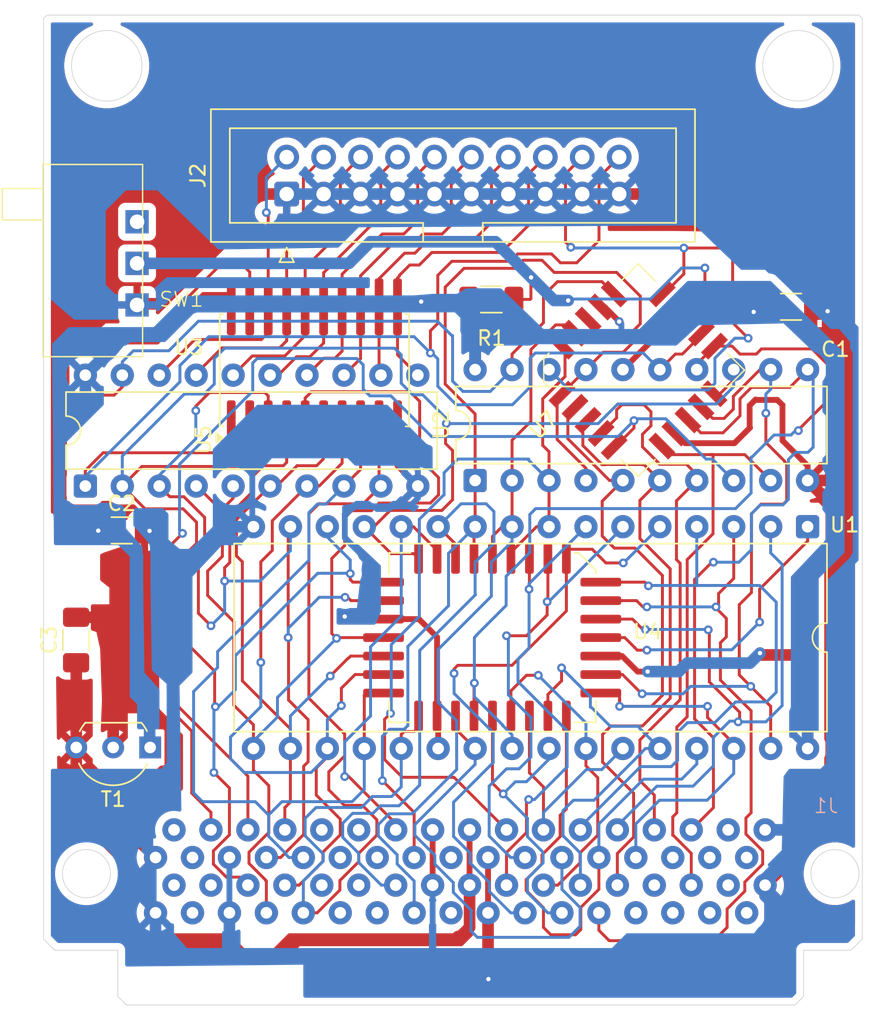
<source format=kicad_pcb>
(kicad_pcb
	(version 20241229)
	(generator "pcbnew")
	(generator_version "9.0")
	(general
		(thickness 1.6)
		(legacy_teardrops no)
	)
	(paper "A4")
	(layers
		(0 "F.Cu" signal)
		(2 "B.Cu" signal)
		(9 "F.Adhes" user "F.Adhesive")
		(11 "B.Adhes" user "B.Adhesive")
		(13 "F.Paste" user)
		(15 "B.Paste" user)
		(5 "F.SilkS" user "F.Silkscreen")
		(7 "B.SilkS" user "B.Silkscreen")
		(1 "F.Mask" user)
		(3 "B.Mask" user)
		(17 "Dwgs.User" user "User.Drawings")
		(19 "Cmts.User" user "User.Comments")
		(21 "Eco1.User" user "User.Eco1")
		(23 "Eco2.User" user "User.Eco2")
		(25 "Edge.Cuts" user)
		(27 "Margin" user)
		(31 "F.CrtYd" user "F.Courtyard")
		(29 "B.CrtYd" user "B.Courtyard")
		(35 "F.Fab" user)
		(33 "B.Fab" user)
		(39 "User.1" user)
		(41 "User.2" user)
		(43 "User.3" user)
		(45 "User.4" user)
	)
	(setup
		(pad_to_mask_clearance 0)
		(allow_soldermask_bridges_in_footprints no)
		(tenting front back)
		(pcbplotparams
			(layerselection 0x00000000_00000000_55555555_5755f5ff)
			(plot_on_all_layers_selection 0x00000000_00000000_00000000_00000000)
			(disableapertmacros no)
			(usegerberextensions no)
			(usegerberattributes yes)
			(usegerberadvancedattributes yes)
			(creategerberjobfile yes)
			(dashed_line_dash_ratio 12.000000)
			(dashed_line_gap_ratio 3.000000)
			(svgprecision 4)
			(plotframeref no)
			(mode 1)
			(useauxorigin no)
			(hpglpennumber 1)
			(hpglpenspeed 20)
			(hpglpendiameter 15.000000)
			(pdf_front_fp_property_popups yes)
			(pdf_back_fp_property_popups yes)
			(pdf_metadata yes)
			(pdf_single_document no)
			(dxfpolygonmode yes)
			(dxfimperialunits yes)
			(dxfusepcbnewfont yes)
			(psnegative no)
			(psa4output no)
			(plot_black_and_white yes)
			(sketchpadsonfab no)
			(plotpadnumbers no)
			(hidednponfab no)
			(sketchdnponfab yes)
			(crossoutdnponfab yes)
			(subtractmaskfromsilk no)
			(outputformat 1)
			(mirror no)
			(drillshape 1)
			(scaleselection 1)
			(outputdirectory "")
		)
	)
	(net 0 "")
	(net 1 "unconnected-(J1-DREQ5-Pad3)")
	(net 2 "unconnected-(J1-D11-Pad45)")
	(net 3 "/D7")
	(net 4 "unconnected-(J1-BCLK-Pad33)")
	(net 5 "unconnected-(J1-LRCLK-Pad66)")
	(net 6 "unconnected-(J1-D15-Pad47)")
	(net 7 "unconnected-(J1-D8-Pad10)")
	(net 8 "unconnected-(J1-NC-Pad31)")
	(net 9 "unconnected-(J1-NC-Pad65)")
	(net 10 "unconnected-(J1-~{DACK5}-Pad36)")
	(net 11 "unconnected-(J1-SYSCK-Pad32)")
	(net 12 "unconnected-(J1-D9-Pad44)")
	(net 13 "unconnected-(J1-D14-Pad13)")
	(net 14 "unconnected-(J1-~{IRQ10}-Pad37)")
	(net 15 "unconnected-(J1-+3.5V-Pad51)")
	(net 16 "unconnected-(J1-D12-Pad12)")
	(net 17 "unconnected-(J1-~{RESET}-Pad2)")
	(net 18 "unconnected-(J1-SDIN-Pad67)")
	(net 19 "unconnected-(J1-A21-Pad62)")
	(net 20 "unconnected-(J1-A19-Pad61)")
	(net 21 "unconnected-(J1-A22-Pad29)")
	(net 22 "unconnected-(J1-D13-Pad46)")
	(net 23 "unconnected-(J1-+3.5V-Pad17)")
	(net 24 "/A0")
	(net 25 "unconnected-(J1-~{SWR1}-Pad38)")
	(net 26 "unconnected-(J1-A23-Pad63)")
	(net 27 "unconnected-(J1-D10-Pad11)")
	(net 28 "/XCVR_B0")
	(net 29 "/XCVR_B1")
	(net 30 "/XCVR_B2")
	(net 31 "/XCVR_B3")
	(net 32 "/XCVR_B4")
	(net 33 "/EXT_STROBE")
	(net 34 "/XCVR_B6")
	(net 35 "/A1")
	(net 36 "/XCVR_B5")
	(net 37 "/XCVR_B7")
	(net 38 "/EXT_ACK")
	(net 39 "/~{XCVR_EN}")
	(net 40 "/A2")
	(net 41 "/A5")
	(net 42 "/A3")
	(net 43 "/A4")
	(net 44 "/UNK1")
	(net 45 "/A18")
	(net 46 "/A17")
	(net 47 "/A20")
	(net 48 "/~{CS0}")
	(net 49 "/~{SWR0}")
	(net 50 "/~{SRD}")
	(net 51 "/~{EEPROM_WR}")
	(net 52 "/D0")
	(net 53 "/~{EEPROM_OE}")
	(net 54 "VCC")
	(net 55 "/SWITCH")
	(net 56 "GND")
	(net 57 "/D1")
	(net 58 "/D2")
	(net 59 "/D3")
	(net 60 "/D4")
	(net 61 "/D5")
	(net 62 "unconnected-(SW1-A-Pad1)")
	(net 63 "/A6")
	(net 64 "/D6")
	(net 65 "+7.5V")
	(net 66 "/A7")
	(net 67 "/A9")
	(net 68 "/A8")
	(net 69 "/A10")
	(net 70 "/A11")
	(net 71 "/A12")
	(net 72 "/A13")
	(net 73 "/ROM_P1")
	(net 74 "/A14")
	(net 75 "/A15")
	(net 76 "/A16")
	(footprint "Capacitor_SMD:C_1206_3216Metric_Pad1.33x1.80mm_HandSolder" (layer "F.Cu") (at 94.9575 91.948))
	(footprint "PR_Footprints:PLCC-32" (layer "F.Cu") (at 121.035093 99.1616 -90))
	(footprint "Connector_IDC:IDC-Header_2x10_P2.54mm_Vertical" (layer "F.Cu") (at 106.299 68.834 90))
	(footprint "Capacitor_SMD:C_1206_3216Metric_Pad1.33x1.80mm_HandSolder" (layer "F.Cu") (at 91.821 99.4795 90))
	(footprint "PR_Footprints:PLCC-20" (layer "F.Cu") (at 130.556 81.026 45))
	(footprint "Package_DIP:DIP-20_W7.62mm" (layer "F.Cu") (at 92.456 88.9 90))
	(footprint "PR_Footprints:SOP-20" (layer "F.Cu") (at 108.204 80.941 90))
	(footprint "Capacitor_SMD:C_1206_3216Metric_Pad1.33x1.80mm_HandSolder" (layer "F.Cu") (at 140.97 76.581))
	(footprint "Package_TO_SOT_THT:TO-92L_Inline_Wide" (layer "F.Cu") (at 96.911 106.865 180))
	(footprint "Resistor_SMD:R_1206_3216Metric_Pad1.30x1.75mm_HandSolder" (layer "F.Cu") (at 120.37 76.073))
	(footprint "Package_DIP:DIP-20_W7.62mm" (layer "F.Cu") (at 119.253 88.519 90))
	(footprint "PR_Footprints:SPDT_Switch" (layer "F.Cu") (at 93.1418 73.9648))
	(footprint "Package_DIP:DIP-32_W15.24mm" (layer "F.Cu") (at 142.113 91.694 -90))
	(footprint "PR_Footprints:PIO_Connector" (layer "B.Cu") (at 118.872 114.803 180))
	(gr_circle
		(center 92.5322 115.540291)
		(end 91.8718 117.058158)
		(stroke
			(width 0.05)
			(type default)
		)
		(fill no)
		(layer "Edge.Cuts")
		(uuid "0d9b073b-59af-4d6e-bc46-e1215c1294af")
	)
	(gr_poly
		(pts
			(xy 90.35415 120.8024) (xy 89.5858 120.03405) (xy 89.5858 56.7652) (xy 89.8106 56.5404) (xy 145.6474 56.5404)
			(xy 145.8722 56.7652) (xy 145.8722 120.02135) (xy 145.09115 120.8024) (xy 141.8336 120.8024) (xy 141.8336 123.9774)
			(xy 141.2494 124.5616) (xy 95.2754 124.5616) (xy 94.6912 123.9774) (xy 94.6912 120.8024)
		)
		(stroke
			(width 0.05)
			(type solid)
		)
		(fill no)
		(layer "Edge.Cuts")
		(uuid "4bf50bd0-0d1d-4842-b85e-072ab4b6a635")
	)
	(gr_circle
		(center 93.9292 60.0202)
		(end 95.4278 58.1152)
		(stroke
			(width 0.05)
			(type default)
		)
		(fill no)
		(layer "Edge.Cuts")
		(uuid "e990a24a-17fe-410d-89d0-7424862cf658")
	)
	(gr_circle
		(center 143.9926 115.540291)
		(end 143.3322 117.058158)
		(stroke
			(width 0.05)
			(type default)
		)
		(fill no)
		(layer "Edge.Cuts")
		(uuid "f2581f96-4f9d-4789-a90b-23d7fe5c5e96")
	)
	(gr_circle
		(center 141.4526 60.0202)
		(end 142.9512 58.1152)
		(stroke
			(width 0.05)
			(type default)
		)
		(fill no)
		(layer "Edge.Cuts")
		(uuid "f492974a-7276-4ba9-9e7c-737d16726482")
	)
	(image
		(at 117.729 90.551)
		(layer "F.Cu")
		(data "iVBORw0KGgoAAAANSUhEUgAABjkAAAeGCAYAAABKltboAAAAAXNSR0IB2cksfwAAAARnQU1BAACx"
			"jwv8YQUAAAAgY0hSTQAAeiYAAICEAAD6AAAAgOgAAHUwAADqYAAAOpgAABdwnLpRPAAAAAlwSFlz"
			"AABuugAAbroB1t6xFwAAAAd0SU1FB+kGAg0kDsZegjMAACAASURBVHjaZL3bjixJjiQoJFXNPeJk"
			"ZqF6//939mWA+YXFYoDFvmxXVV5OuJsqyX0gqaqRU43TeYvwi5kaLyJCIf2P//l/+tCJ/+9f/8L/"
			"9b/+F/7v//f/we+vF9AbTBi3G95mGO5Qd0x3qAOG+DMIeJPjJmDAMQAYHAbAAbjHX7/9gwHsACP+"
			"CjOoGswMbvGbAkAcEHOQGlgVMAPUwGYQAEwEmMPdYO4AAU6AEaCmIBiE4ucIgLtDzYD83S4NvTcw"
			"M9QMY0zMOTA9PouZAU5gIjAxmBoIDHICDCCP12EmgAHP/zMY1AzTFLcrJhxgAgtBmOOzw8HugDnM"
			"DOQAEYGI4jXM4e4gIjAzmOMz5NUEIa4fGUDm+bvxGdQcSgCYoAQMVUw3OIBGhM6MBoaA8h4QGAx3"
			"wnBgqEOd1udhIpDH6xMBBIKbw9xgbnEQCAAAd4v7QR43kB0EB6GuI8Dm8X0BgAjujmlxzYwcSo7h"
			"jtsNwwxkQDdGJ4YQIy6bw4lATDACpiumxQdpzOjMYGfADa4KN8ejNfx4fuLz8UTjBjXF+77xNQZe"
			"c+ClE8MNCoeB4ET59573Oq+5x1ka7pgGkAs6M4QZ9T/O6waPC8OMuPcU/6zumDM+syHuDQNoefYp"
			"/xiAMSd+zomXTgiAH9Lw2S9cTQAAUxWqBnYHE8Ed0Olwjc8tILAISBgsAmYGOJ7TaY6hFueDaJ0j"
			"c8cNh8LBcHQATJ6fkdCJ8/kz+DTAHQ5ACZjwOPNCYGGAGRMRNwSEiwjNKY9MnHN1wzDHMMtzBSji"
			"8jEzhAkOYJphmALuuMB4Uj1Pcd6NCTccbzfM/H2KYwZhwYcInhRnKf5QninHMMedzwrcIcRoRBCP"
			"M+pm8LzORASnDGt5zw3ABHCr4VaHOYFJwMQgZogwmjBIGAbgtohb7IRGAOV71AvG53Y4GYiPWLae"
			"9bhP0xRqcf2d4mxa/iEAjTn+EIOIYM5wEEAMNceXGV424UzoIugc55kR8do9PhvM4jocX5rybMMd"
			"pnHvxB2dCBdHvKv45UTxuRAPv8ExEfnlZYa3G9TjzF7E+CBGB8U9yvjt7nmtIz7c7jAigAkDwNC4"
			"pgLgCcaTJc4pjvhKwDTPeOFgZpDI9xjq8Vf2iLFTHWZxLeP14vxyxmt1h5uv+2Nu+JpxlurnJP/b"
			"sPgOwowmAuI8R0RQALcqbE4IES5miCNe2zzOY551agzqAmVguOF2jc8BgOC4iHE1QWMC3DFM8aWK"
			"aRMAIg8IQ4wABXw4mgsaS8RXR8QrIphZ5JE8640ID4l4DCJonrehirfF9xZiPJrgYsnXiOukiBws"
			"GUPqurjH8/fWGXGRAAhDWrxXkzhHgsiJAoK6Ymb8mpUXMt8IZ6w1g6oCDjyZcTGDLM42MyAk6NIg"
			"zHEfzEAkuFqDkOz8pAbPPOyo+xx5cKpGzUEO4chz4Lgm9aREDmSQM8wAyzxiUKgbFJq1Q/zOswk+"
			"e0djWaWTMKP3uEeesf+eE+85cc+JqQomoFE8811kfS8zg1Nc97o25oC5RT63yLe3WcRLIjTieO7N"
			"IeaQjP2NGMICZ8Zk4IbjzvhvoKjvrHJ91idCcCZMMrxNMUwj7+UZqNy4rmnWm40YT2mRAzIGxOV1"
			"0KrP4tlFnkMHZeqNAFb1BxFnXCU0EUjGRDeDV23FkUOnGd46IyfAAaK8txG/R541kczrDrAZOhwd"
			"cVYpc4fqhOZ1ZGJcEs9FYwZlbaxqUNOoPT1quKhno8bxqm2aRG3gjsaMH48nntcFAFHPvN+Yc+ZX"
			"z7odDhMChGGZ3xkUsQERX9wM7HE+ql6mdXLjTFd9OjN2Vyxn5qi/HXj0C//85Vf89vkLCIQ/f/7E"
			"v//4A1/3DfWofdQiXgKZ+z2u/8Wc592hpnHNsuZiB7oIHtLQmHdO9mgmlAhvcvwFx7sKMVNADQ8H"
			"fpDgonr28wzlh7a8TtW3GAPOADHwuDp++3jix+cP9N4xxsQfP7/w8/2OGMkCImBqxMh45imfLYep"
			"goDoafI9nfb9BREMwNsUbzMwCM+sYYUIDYBksWGI+ngyYRAwQSveI3OQu+czSvFeHr1Gw461cETM"
			"8eg9JPsYqs9c18Kr3+C8/75qdvO8jhz1DYhgxLDMCZ73rGUcgBlMo7ZiRG1AHOdLRMDCUFO85sCX"
			"zqj/OHsEirqhsaAJR+2QMWLl13xNEEEtagPA8QChgUCWNQSyjlkVTD7rc2ZNEHn+YsEllHkq6nth"
			"jjOT8XRmnzfdMM1BTHHdhUGU+SQz0nTH8MhVyPzkiNytFrXGxYQnMR7Ecb+yzkDeD0XGZxH03iDC"
			"0HwmAYZa1EDkwCWR1yify1snXlPj2ppFDGSOfi57MaY4o5Q571bN+CtoQjA4GAZhQSNa/Z16nX3N"
			"HjHPDhEYAjOKZ14VAqBR1ZiAmWPOGXmPgCYCEPI6AdwaukSfbnUaKeo6c4/c6xY9c3Ruca6ytgeA"
			"YROj3rvFe8cFJbDHg1j3SRrDmaEwaPU0FPF+UvTUIoyHCEQ46skZr6+u0b9oJfj8a15reNYX7niy"
			"4Jn1ZNXVljX8zPsMZvzSGz57BxFjaOSkoQogzmWd1WfvuOQCMWHMiTEVNBWiDtHATrzyGxGUKa4b"
			"HJr3wd0hlDke0a+1zJ2w6usJ1KIGc9CKcVo9fHQX8IwzkZfr2cuTmr18YBoE1Thr6kDLvgEAxlS8"
			"VQEgaslWdcBqtRfqEr2kLSwh7n/2SPXdMy45fPXY9U9E8ey2rJmqZ3Hf/YDCd59ctYXn7xFFbslc"
			"6nnfSSI+en4Ws7Mu3L0aI/Lo7vEyPsyIibcZLmE8H1c8I/lZqq7B0U9XfPasLVYUzxxu2cs+ueHX"
			"5weuq2PMiT9+/sQfP79wu8Z3R+WJ6JN69ZIi6CKr/xHK3jGbGcv8PaZizAl3W9+N8/4KS2JGvmue"
			"vJPRL0fvjKwLGYXl0c51wDc8rGL06kXmwPT9c8j3X5hgnYOjB1ELnLD654WBZT6NK08r/1WPW6+B"
			"6pvz9evsW35P9cQH87q6A00Yj97QpO3PlfGL8rPScS4qh8dh1gVEUL7PrPxduTixnoVNZc0HAy5u"
			"uFpDbxHPiAPDDCQsz2viMoVHStZoUwfGmNC8FnycWwOy3ouaD3lPWxdIa+DWVm95j4GvEa91Afhg"
			"waM1dIo8Q6BoxNng5AB51PIHVmt57tn3M1F9wa5jEL9HUdxRxh8zWr9PGZ+YAytzj884Z+REs3gW"
			"OJ9rE4eKYVbs98As+axLiECJP7/GxDQFZYwxD7xaAPxoD/zj+YHP6wHyXc8P01WbggP3JGYo7Xqa"
			"AEhr8dyAAFWYKlw1cIzshQFDa4KPjw88HheYGWMO/Hy9cM+Z2HnGIhGwCMAMS5xEQJHfpgKa97zi"
			"pTA0Lilaa+i9o0mDOABVuJ5YYTwLXrGldzweF67rQpMWz+KcEc/UgNWfEBrH5xCPeuXBjEfruFrg"
			"VmTBFzAcjehs1o8mbz1DvoC8dUyqeVz/SAtI5CPoIJN2AYAZ0c7sBBTA7xs83u8U70ULEc94V0Be"
			"ERxWJEcg0WoOc0XWxyuoaxEXIPTWQBINB2XhoZmod/NDKwg5OYw0Ciin7yA9sgHJz6KuUfjCYZTg"
			"8beUSvuaZnAoEIPO65fB3d3gxgF20v73WOEQ6zUCPMQRUAPcGmYB0lOLa8W+gDVPYG9fes/GL4B9"
			"T5CEnBZRVUHDEQ0mLQ7LVtHh1UwyVuFrCS7V9aMCLhNwXNnIHWSOngWWMEOc8uf3z5hFYtQkuvKT"
			"wjIkrNfPhth0wqbCexRYj+uKB3kQxkvx8z1xu8VDK7wSHNZntVWkmEUiYTjcJZJsJiUQYKaw+p7g"
			"BTZTglNGDvMIePngrQJKMpkE2EGb4OMA5h8ieLQOEDBAuG1E4bIeMU/CCRnMoxBh2ok3gMZoJM0Q"
			"oBMVcPu9fNRCuxHkA5FvAKyaxji0q5G2BcTbcawsGvM8A1Xk6Yo/vgABSjDb3aBGGcyT7Mw4xeTr"
			"mVnxxbFep54joizQ8n56FhoAQfMn9SiZPMmDeLQ3EFXtpPkmIoMvoEjiABoBSv491i3wPJv9fI2K"
			"r5b/zyzu2SIxySP+wWGMTX/lmZ4FBjn+FqexriMfZxdZGIAS/M3ngmFRFCBIFstER0Vw+I4pfjQM"
			"vBB6JOS1T47WFyPfBRnhG7ll6ztHc1qFQfvbz+kq1n2RnPG9HSQMqeKQCVOj0BHez9GOcZ6A7nne"
			"PIqlvwM82eSxV59KcT8y7hZZWYGT8tkRBtwJaIzhAW7QuqeOxlH4uVsQfx4EGIMCLEEQN+aOW2ck"
			"cq+chGxsAthy03XFxf0bCBwf3HZTZ4buFs9nntNA2+Mv7vFcwJLI9iC7dyTA+q44ABxKkM2L9HYL"
			"MJzjPnKR48E5wzXPPOlKDAt8hkdMOsqMlmAZmy9xg1hcb/EoEiUL6QIw48xlHDMPMUDmgyAp68eO"
			"a1nPqwPC+T7C2aAkoBsvGMWxB4hB5hDs53SBAYbv/8tG1AtUrpxPQMtnrb4LE+HyEDCsXJqxi+2I"
			"b2rf/ggK+M9c6BbXPKsw8oiqZBwxi7DAU+RzIHHIFvFKB3EvFQ8qvrnl/fR1L3dM+J7PYVUzGsji"
			"uq3vwZU3CZIgKOXvOIJcY5c8u5kPHTtmZI4lEIR8EUgnwZRJOWN2nl/2BfIvIrSaUp1wVZB7PCuI"
			"c+SUQM5xbXYNVmcbIOcVv6oBjc9kcCM4cQpcKg7qati8alAKoFuLUAHWdUP+7OQBLXAkwZIFtOQz"
			"GucXILQQ5eTrmeX59/19vOoRfK/tK38j8xKfYHHWnm6OYQPv9saLG5gY9/sOEDMJgBWD8++r2a/6"
			"hDMnzSIi89mQFFhIElx21nYa8Y4J6KsGtvz9IAqQ+SsPR5DFGedO5n4d3dJk6YzPPwcaM4SCgGTv"
			"WYoQpmkKFg6BEiIekddZXxqvIFAO0p3gEAN6XUwrsp5W07PqohTPVG1kR56uHk7c0FiyNvV1Lk6R"
			"DnuJyjKXZ/fGdRYyDwbAZOdTtF7TMuZyAsucHYDlReSVu3bnYxU33OBKAEUeY4161y0ac0uRQeVv"
			"qjzqmSMKzKvDF2qLuFwpmHMPADeIu4xf2X/pEmptIY8kIMTuEDcg+y6n7F1IVz9X14DMv+VnQgjz"
			"gvDmBRSyO7ob+uq5N4DoeR67R/wjsk3gHoS6O+K/W4j9iON5qHhH7uhJ6pIZzMfOP2ZgUzTbdUKR"
			"iKjnr0QhHuf2AtABNHeQ5lkmgBG5m/O8MQwtewU5yj3N2s6d0Ty+S5xBg82dIGWliSBCkD+HyvXI"
			"uj9BqQIDCADrzl0lwoOFKAsU4BCpoVkIELp5XkOsHmARV9ixsAj3algJFaMyv5JnRRcADpmGIDNF"
			"UgvodkdjQrfdswKIz4OIWcjziDzPTI6GfI2psCQCxYFuUd8S7fpe3LNOjNhK5pCMdWT+jdh1Q+AS"
			"joXzJHaWcWALrsyDPEbWO0a+s4Lk7x81fOE3RUwTRY21ascEQjm/o5ttUFkT3zDegDRFnbqIFDic"
			"o3cnqvht30iOqGlt1RMV98xsnRlaYC8lhrOFhb4A003cL3D5yPW0wFckaGwpFvAqqIG8TzjwHqte"
			"7OhZaeXPjOfZs3qKDJ8cBL1ICFT5gGoYG7B393Uf6i3oBNwqh2fcchimTtBACIEszqr7gTGx7H6I"
			"g5yqHqLOFLKuMdr4kJsCptFvHs+Uq2dswAKg/ai/qfA0cxDbJgmC1ts14ErSB5ZV+bUwJds9Up0H"
			"eJBX1ddYvmcB4rwwpiRXDqxqXZISVh7ngizIAT/7/rP8zz7GV+wKItEpBJVcQHDllqWqpSUa2Kzh"
			"jperhq7rnsSqV52R+Y4PTABHa16EUQjBDCRV49pRF1WMxXG/87oxgyqPHGeCEYytH30p3KAz+g3J"
			"WGCJLbXEdJojxESrr6zawfaHTvHnvuE4MFnf2Kjj2/uXkLF6NUqyxE9sM9CWhCSjw412I2I1Jd4Z"
			"vUCRbbZ6onVN88ySb7G4m6dwMJ5aBsMoSZOsHeaceOd3GXNiWtTOXiKt/M6GqEvq2WLiBfpXr0FH"
			"IRt525c4aI47fo8Z6priE9+4dNZrvOK5gSzuLGeNsVJx5gp3gwmBm6x6cT8rHPct66G6Z6uvPQm8"
			"RUhFT2P0HeMrHL+w+iLvWULUySZA1lyNmDFvwz0HxhwBcooky5/MVRXn38DP/ff1RdkpmuyjmOd8"
			"mNgLOI+DyjnNUQeCsyglrwNTPXR+oQLB8iRvhUwom2z9e4e6QlUhZ3JJEsMdEGnJ+sZFMjXomBjj"
			"htlmnItMQSWOJD6oCjUmeKmiM8BNU0ydGKaYWRzXk+HOMI8yz1dhat87Kl+0xWocSxVh9F2NuEgR"
			"QzYNe9pmuoXiy0MdP91CedMARguQjVBSslRdUJUKoSk121Mce1QD3zVQGeqquEwQY92dlKc0Psgg"
			"281KKW2r2fAMeo5dlAkogZcNTmoB4wkozwRsmTglpJxFeDb8arjnBNRAGt/j6n0pqacJyBz3/cbX"
			"HEATtOtKVhQL0NSZ58j0IAUZJg1ELZuEAC9uVQy1LIz7AsjMgKkT7/uNn/MOYo1jwgYkySBHBRlF"
			"YJBmrhPqocBxUxD6IujGGHjPmQVZFLIxHRWN1gddCE6CsznOAMKBPKpOvOaIhjAV2gpPFUROZhyA"
			"3pVqXjrUg5QKNpGIAqqOMW1NhAQ2ZrtZLUXGAQ450TEVtOOLowBYXe81peHNjF73B9hnP1XLFCMc"
			"oNbyXAmULJQ9UxP8LCUqx2sg1GE1tdEQiuYiScijIRk5VeLYzH4AHqEKHBpNGYsE4HWAGnYUvWfh"
			"UJMcFfRbJVU76Yv6vqEu14pNWfhXQuWaBNKtyq2GOUidVBG6g4RA1GBgTHdANSaDCnM5FN9Y4CMd"
			"UxA5Gealzo2pvkYE0R1Pq6GI2BTK1beGgt3Wf2e8KcinZkjQ81ApAZimeM8ZqonWIHgAzHHmVQFi"
			"TAgGAMlC1opQs1C1qCcRapuF9VQ+JPK6EqlbEK2e6o6lVvI9SUg5JXcdCiddSpMEvYpUXmlTsgnI"
			"+5FkPJJMCmW3Q0GYzGgkEEJOXxBcsKb2ivAq5bAJAxwKzCjqYlJsxW21dS3mNNgEpgtGKqwKrOOs"
			"6kaCQgBC1eEtG86YjHlrTBNEARJTJj3gxYjrNS2gc00rxJRbKuTz2ZlJXgXgHSWSm8FSwcLEcD7U"
			"TKownVCN361Zlkl54rNXEBSxZCtXRYzhb00rVQOSamjLKVVzg6ofSirfkyOU58xiUmadrVWwEYQF"
			"wgImyTxoR8/iaPV8YRek5jNVY1nUiYDVQniQKtY5J2zOrJEOEPQgVP1QghkRlCwmHY/aaOYEjaZa"
			"xm0DAAWWmEejCYsGylMBO90wcuoAHHk38AZfqiZKdbzRntqNWoPWFFOBD1XcUk6XGM2lUopJ0npO"
			"AvCk1nC1yOd1XW4NZRWnOjNINl9qJhhHTZtFc5bvIZTxaP6nanwuLuV1kOHznBZSS5LesO52ndFF"
			"flTsrNo41XaUv7/IjaMhEUnSKs9uNhOrPU/SYJiD1dZ3Z1VAFUNngrxxf4wIIgaWFE+YrekQOaad"
			"ixygpeGnbMppIUG7YbIlmonBCYX6wF/uoKlgIny9b7xeL4wE1Et5VnXeSKALNamTk9Wa6m5O8BnM"
			"S2Dkh5L+BARKSV9K8FJUu5UgAHCNOqYzw7OW1kNlXBPhzjnF54qbAJVQH/bW8Xh+YLaOMRX3mPjK"
			"SSodIz/TVp3SElD5JikIMVnLDOYUPGj2OSmcilMazysVhccEbozOlATKJnuWYACOzpJTarTq6AUy"
			"HWDICdw4b9KnaroTyKgpCRyNMllOa3NMdCCJjjqjMb3Ca2odKVKhxcHXdN9+Lm4zDNcAfyRVoytX"
			"KDgnZ0r9vkhYtlAdFnmvcwsWOIIPJeFRjfnQbO4J6IcCFwgSCPmMaE4WL8Vwvoadz+sRu2qKjHgx"
			"ZYv4kiR0i9yL6+Gp+KxJkRLC0VKeRn6JXmmRs5oETPZxUhB0Tf2siV5awJ/Ua3iJiCrPEyAtSZwA"
			"oUL9basuL1GRazwjSn7QvEl2Va9Wcc2Bhsh7beXdkPh69o68meLM3jHl40TAcDgF+BdEFsFWINri"
			"I16q7C2QKaGbJBHHBjDZUvRv8nH3sJ4gaNTnuvrMmHzJmtcJZEVgHUSipjI166eKXw83XBTndWhN"
			"98aY8KoRzA7Vva/eZ7JiTgX3HrlMbTthcBIZBfi1AO1ENciROWHDtqgwOtBQzNMGUGlBpSk8s4jl"
			"ZA6jEERE7RAEPYxAWuBr5r+/KetP9TxSqLdlnpz1bSjua9KC8z3gSWJYqHLdLFxClDK2Rew83SPy"
			"ky+ywQigJO04a/BvPVSJaw7AG0v4SUtMhxRKUU4rmhWxWreIvgkp/SCVosyOc7vEp8c1og36rOfx"
			"nDov5KWlCp6EF6Be4lsmBeVkgR6q9l1rfL8n9Vk5sZe3GyZLnFed8bwccZBSuOgU/aNkD0yZa2i1"
			"E7owngW2uy2SA+qrnpyq67qvaY56tawhwVGf0SFYYUQ/L6eQ5hRSqy6cUi1cPEpA6ys27ynmmuyj"
			"KLh2vvRNBpz3g5e4mzbZkGzNKSz+/mOZ7/3MiRlj+HiPPJ+LvCcGsWXvfOSVYxqppiJxiFCKnMzi"
			"ftduvoke9xJgEMgI7gNm+XlSNVEn1cn3RApRiKbWvwu1fOQgLGHtFmxTTHOXuDZFsTZTIFvfzQzN"
			"w6FH0q2A1tTlikoHwbHz/hLGfyOXLKl3+yaoiftoiaFGlVV4yO4HCUoUUmnKfLD5NBSD63CY0urx"
			"65pQfc+c6rLjunNN5h7vuXGZqBPGeMPHyMmL6OdLwe5s6zfMkLhakGQiHFhJuYGYgRLPWBNJFSvN"
			"MO/oIXY/m+RwCc716NET51y1m50Eii+i0jhFwSlAblTiQnwTDlCJQQqvYt4Y8ood3wciaiotPpau"
			"yEOIOFHiARFBv65wPnFHm6r4+fWFP/78C1/3Ow5Pj6KyCvaJYPN9AXS0WCoH/sZc+qHIP+XF+8In"
			"YrZ/NJlvsjx02Oq2ONdZoHAWzLIvHBAM4BbqJYiiccNbBiFzR2sNrTVcvePqfSXJYXMVJpxjeKHA"
			"CQuBKvitRmtoj3dzFrOmCneDSFhWkAfAlx4zob7Nnw8BJQOp5vN1Pb5PCmyig75NeTBtC4EQrKYK"
			"eTWQBkU1sDFudKVS52oNl7RQiJWUo8Y4U9lPCHWxYzPmBt8A5xH0T7Jjj/W1ZUdj538rUkdtnQMz"
			"SwCTvim2YLoAxpYjX1QTxqVEIt9qFgKmR/nbiMMqp9hxytH2MXG/FRcRHk2ALmk9EuepMfCQJGK4"
			"1EnR3NUUyoCBXFPtmA8pqklxCAPCGSx8AK4QkqUAQqqHxrwx9A22uaw/lp0BcdbylgnY8WyMi1qe"
			"E4XagGmOc7rCTKE6l9qCCriwGh3OSQuyRQgViMdEuDjHst1CLcnxnOthW+Cp1oE7lBLAx2FjRsnA"
			"L4WwYVoARcvaIJ9JOUbJS1FmqRAn3sCTw3MULoKgM+1/77otYFLVTqpg0wzUASQINbBz2ogEaG4n"
			"GYLyteIk2aK5cQ8SAalwIxB6EzQKOx8eAzonvnIsUJxXDDIdILUs1iSUu8VHrrGmRAKB9fpV5pJT"
			"nJssrMMOQdNK51DuaCnMYsyUqcCNfKYtJlIs7XSQhI5IEA8dhpZWXq0JHDFePPUOG0Hf934BwV4A"
			"OMFY0PzCI+3ThBiegOmtipGWKlJNUtqczIynNd6Pav5ZApC3APyHFhG1x4zhoXDQ8c44ccEaA9QA"
			"D0UdnHCzQcVDfUBYSsiK47t6sp275kzFIAEix5g9wV1gsFRoH9fFdkFoLJge900TbF2WKu6roIqX"
			"b+gU5/xrDGCGkttzgqzioM8gOpwYJgljVJFJCGKxtVC3qgJJ/igDrwVOxGRFZwnbIIpzMaZi9QEK"
			"3EYYNfqeogBqMa7qS8lNYVNkM5VdEXunKXyG+h0ODGPAL7gHDVmkr1nGTwuvMxLGCBkbfEz4HAFK"
			"SQOawCUAcE6QQSksbTjjxEhboZHv7QmYRtwIG5SaDFJ1jKWepGVF2Igg1NAkxqSDRIjvX7H1fd9h"
			"n3gIJKoylkRp1BTDwvqwppNiYk7wbB29PUGSBXwC8aUq58PWsSKBHmPu7o7WBLN1XC3Io3tOvAtY"
			"zVhJy6qSvtVnYc9EiwDi/A7qjnuMIKkybnaWnF7AAkMpLasuMC7u6K2H/VEKS6JZDkCOS9gyQ7FL"
			"bsvW0yhATT0EE2Z7QjNstnLiMa3AAIClARIWTzHiPjFn2Kn89vGBR7twscSE15yY7xfUHZc0UHcw"
			"b8sUPyZlg+DRZeFUsWJY2ChZnjtjgSHOj+Xn5Bzbf6ti2IzpOo7nlI9JXHyzVaBojtIm0VRTtUjL"
			"HoprokW2XUGU02kfhz15PPHGzS80qfH6ACtC+JA1fE6nNmlhC5T2OgIKW5tV49hSX1MJlyhsz5Y9"
			"BVGKsnypXquRVw0bMh0D99cLBOA9R0wScxBIQxUv3TLTqUFGGBFYGpQ5rCbGSMI2Jqqe0sCtx7Np"
			"lnlKd5PUBN4YLhv8mlNDwKS2bFI9iY+r4mGS1WUhGGNc0dkZO+Zw0LzxJMYv14WrPyCXYBCBZlgt"
			"zNcX3q83fs7IewDhmbZaOhWv+w0dM4BsySaQGa1JXBNTvGdOL1BYEHEKEXrajHD+rvSewoKY2ODs"
			"ozQFVlMNd15Lz9poCRMO6w5axE6Ix6Q441JWh6QYjRguYU13TpLOrNsIBE8AzhOxXr1A1Xfq0BnP"
			"JVKpGVarIT4atuvSCU1CLvPOYYvDUWAvkmAuZSyA+oycUxpJco6sqS2FBFV71vSUuv1vqtsFDh7C"
			"KsvJlLa+G+33XiB4WLl4Cm6KBC8bQKGwXCMOMclb51LQjmDpYDm13pKciXuYcbasMRmY9yZdS+Xc"
			"WJadT9kH1YNW1qZhq1RwzK7tJgHOEnGEqOSk6gAAIABJREFUNnBW5I6kyKBAkprQ9+VpepLzKZzM"
			"2q1TQ4fEdynBg9omhnizp2XdXGIgy9craxFiOaY5Dkk7Nj56zNetGrMA2XHEYTffeCUd0xwU13t4"
			"gMBlodObhNCAQ4EbQiffcIb56s1hAQRz1iIoW0QNLGRmDaIo8MYznm9rMiPHFAlrlxGWVWsyM4lf"
			"Txs2EwFax9V62DSNifv1xhwzrP6yl1DTsHnNz0WcnwHb8sazbmUDLg6xTFhDO2aBjFWnrFr+u/UP"
			"pcUDH/ZORZvqigshYjjFI3yKSDIulI2xECeGIat+qfevPsIOpe+2L0rgd4m8wy5Qj2cZp6XR3yyC"
			"Qpksa7JvmMLtEGX4MQ25HCcydlDgCYrdg+CwUd7g3p6Y3hOU+VlYoi9wWgLORVoDi+CYK3/jm20V"
			"1v2ib+p/dmDUtFhZDKWlkq3Yth0tSBhwCVHKwsRsWc/zwuXwzXp0iezK1vKbZVfZzCYYnDHP/uZK"
			"UASLC0NTYLnFGDtOn1bfC4Cua0q0xQyHkFKYwRLPxPpsOfGNmhj6NkVW4O8mAMvWdteSWDZWa/oH"
			"BObDzpx8kfV1H4voZCA+TwmvTkss39Oii7zx77ZNQewfowdZP0b5kwSJEyinE2tKwdnjDx2C5nV+"
			"QrzjRbQc7go4CDba9hXRB5SVO4c1lGrYY9s5CfNtmjhccL5N2nrZVKWN91FV+zmBQEXN+RJO7Inj"
			"ilE1mcrrXACbzFgYJ74THH7ON5cFtwGWNlqcZJan80qQPrSIUzosRIP0oW/TE9GZzLTt9kVWWRlh"
			"RCIKoVpa8xExWm/oIjH9pzkRPid8zsBIKM9vvkgQW4HPceaAEsVhTWmUVX9MJ5JIYn4hCCfVbctY"
			"5JvldCMToFmPVcyzFDZkr+o1FUjbrnfOGU42a8I+cWIt4eceoqB1P3RNcUojXFdDu1L0RkD7er/x"
			"799/x3//+1/4+XrBExy9LRRsmn6NWkEDtJrU7f3mm4WusbWlCsN3iyPzbyRH/TtP9SqXNcuacNh7"
			"JC7hVJ2lP2wlAaGlIrJSTekEZ2PjGoWFMOPxuPB8PCHCywuO+QYz4fno4XHZohE8VebR/KVyOEHF"
			"Gvs3M0wFLKQDkXxlIY37QdupBeSS+z327Fgx6fH5damUYrqJlxcZHyw/ljprM+EBaMc1kdaW/RAl"
			"0FFjU6oTrr5GjmOeDkuNL7Ib35HX1Je6Z4/Qb0UuL78+EsG+3YcyTINdN1XYjD+bNImfn+nXXdZh"
			"kn64rdRTmcwtd51QevDOJEZ6k2jm1whaqLvHPeDmePYHno+Ox9Uj+Ho8GL/4B/olmK7rXnH6QpZv"
			"quqMRq3GnGll9wSPw9tfVfE5QoHbJB44kQDHVSe6CD76BeARfvDSNtvOLdS+q0h4Li9XS0SyMeNq"
			"QdT1S3BdLQIEKADPVL9pqcjXzpDwJzV3iAiuJPTMHSNV2JT+Mpv9TiGOl7f94alcU03YxZBTxI3b"
			"FQ8deCcYAw/w7GP5apdXfwLrBS5nECsLCBGJZ5K3jZRmg/Tg+A7kB2ibo3elwGm9Q3pc//JJR4FL"
			"CXDFDgDaPoQ5neWpxGrMeLSGR7uWYvZ93/j5euGv+43hGgoqKcKlRwxjpB9rKO3vtLEDamRbMrb1"
			"uD/HNIdwnGMAC/SZORnU8pzVgy1M6Q1+KAQ4yBI7lNoOQ2uM3hpEtm0eC4Mkpl3mnJijwwtEM82G"
			"NN8XsaNiGoG543k98fl44tE7GIQxJl7vF173O4BZ3u8XOUMzb9jyBI7aViB57tV07UiqXReNBZeE"
			"j+ecA/eQiMXXhXY9YEQYOjHGXAp9yiK05USWpf92efZWgVqlBOmVeIksu7h7jATyMrbjO4Czm5N9"
			"5jhBhcGpWtbTIi5I1o8e3pPvOaDzhTG+QkEkF3p/xGc2g40BnXEPHLZ85GExDnnJhY/cpWKimCJx"
			"HXRgjDuea3KM1kC9oVmAnPccUDUQNTy4Q1pLAUeq8lL+J0XUn/mcCqCIuPfIHR/ODa4cJEZONzhC"
			"qacak3RlR7OaSEm/0qmweQPjHQU9LjC3sO04xs2VglaWw0P8aY6WZ9U97JiECQ8JcqdsLN8WnqMj"
			"FUKmBmg0/dIufD4/oql3CxWneU4HTajlpIpbPLNpP8ipworpxwGdN1TvAOdTFKHc0GAwYTS/YtzX"
			"JnTc6aEeoOuVE2UVF6cZhua9Mo1Y9/yAXI/IwXPCcwI1aqEA0FL3tIDIaMSDmF6A3eEHPuYMQFw1"
			"p7Ms/V51CRJIw47jAuMpF57XA+3q0cRnzr6TxKWy1RoKvyegM8QAzECrseKY/gqhSahV3R3UBOwt"
			"QEMzUNo+uhpU4vq4GeZ94/2+Ib3j8fHEj97xuC68x42XK+b9hprjuiI/uxJ0TgxNoHXFsph6CDXp"
			"90lkSxXvTLC1VHBMQJOGLjl6PW74uCM/tYbZo+6aCcaXVYbknpSeEwQzrUQ7Ex7SY4IygbPuE9C0"
			"pjiVsiXm8Q1oFGjSRPDIXCfsgE28Xl8YY8TPNAnABLwUfu+yx8QGlXAof5/c8OvjCX48IiZaTH2F"
			"D/+MXQTZBMdnn/hyw5+pqDcYrn7h8/EAiDB8wPSdoIYgFwlA3fHFMRXoc8LGDcy0b+gd8/EIYQKA"
			"9z3w/vqCzRnq1t6BJkCPGOfMYf91D9h9w/N1OOssV8PLFG8vayMNu8l+5cQQgSTO/9AbNwGXGn5I"
			"w4MFfF3we+D18y/88Z//4N8//8Jf5U2NyN2BggnsvjH//BP29RPGjJle1CAK8FIE7gqbI75razHh"
			"kzf7PibMmhB67+AmSwXZc/cCmCDq+FMn3jMEBrUDpFT/WhNfWasHkKHoTHi2BN816qjYQ5V7q0hS"
			"/ciH+pnz+8bnovD4A+SwigTgc2LcA/c9YDnd82hhZTZyL94cN1xnNMAEoDWgP/AmwZ3T9uC4XjEp"
			"nAKCWqyU5NTeDZOTmmkpO9N2ktJDXVJUMkxXnP5mWXaqdGu6M3PQu/bRrVqrvDIYvfWjZhtpy5DE"
			"hComE+y60PsVPdF4A3eINZwYNzFmQGchSpO2VMvLlIdzmiztYEJFyuDWwLJ3OBU5XHvakNZHfli+"
			"4gA2nBnaOqxJCDzyWpYSek1+m8F1gHweRpa5f6CsQFxzwji2+E0IbiMQZY3nMc1ek0uU+5Ekp6Vb"
			"OkncUzE8JXvUQCxBfi35wHebWmagCVXrnROosbPK5shcptE35n2qCUik3YX5wufKlT5KHo7p8dZj"
			"f5eW7bCWRU3YnuwanBJMJwyRmAbS7KFqL1QK+Dx3fqmlUMM1pnWE4NLxs3UMaYvsKiGCpOAqdnEx"
			"/PFE+/yB3lrkuq8v/PEVdeWjx36WoYq3O0yiX8FhLUyOOCM6E48RPKXhKkEEHDOFCjh2aGkCa3VG"
			"JC2lltU00Td7c1Du4ZgTw/YkUdWEnhbjhRN4ikYggnE9oK3HfsP8TKOIh3IMyTNdExgngXISA4uk"
			"WJZ9ZW+VZ5lzb401uEjsMJw3XnOu/YFMQMu9HLULKcQLYRWulGcgRRt2IKmSNeQ30czf/k6Iobx3"
			"ArX8TieJUWD+tPK5xwLdh8bz25jX7o7llFFOKikyLYHHNMNYFqQhJOxMuJrAqgdzwz1DYBn2fmW/"
			"RstSSuHLqYMQooLqnxfZ6jvmBnYWThC3WwoGgE6CLuGmYJMW+F33qmrYkVP4nPWVnTa034gXLHvh"
			"xtH7esbR5SpyEA6UQkfnA5fJ78q1W6b2gGjUe9WnA7SuASeOeYkk4G/HqoDvLimaOz6ppt0yPpaN"
			"Wdljcn6PsmsrYZQv0SAvUqJcBczKwjIcE1bE4hhhMV6m89uGuXZc8CYF/Ximv03WHhOFMCz7d9hB"
			"eNqxc+ucIK01AGsfcOGHtiz11rTet+e5SA7fwiB8d84o4f0SE4G+TU2Zl5UwfZ/w+GYxnP/NlmJ9"
			"1eC11wyJOa/ptUMJ7AfJkTqSTXKsukX3LsPa2bRiQpIcic9I7qrsl6NzCbQm5rij585pHj5iMI79"
			"emYRsy2dGpwO0kcdQwGakRslsUkCQpCYuY9KXUCJUFDkCYaF3V1OfkHTJjMvn68dlZbEabhXFP6C"
			"oz73eUwkpnVyTTSVZSELBa4rgv64gjMIkuM/+M8ff+A9BtAlFzFE4iuCo0gOS6/1mQ+ArsVJBbTb"
			"uoErgGUNxMvf3Zfv6/J1tsP/Lf1AQ9UXxfejdzxaRxf+NtpCuQSMWypUM+FC0/dZDZhR7DYRPJ4P"
			"PK4rivkx8Hq/Ib2twiMOjKQiZVtWmQdIaK57fCeZpjknpkoUBULoVw9gtcla8qjIYGY51OICRi4l"
			"rpE881BiTc3Fkb7AHeZafkdrWRedPPeRIEiKbBFI41zY5ssbDnmN5hjB9i2JQ4CyrctaAMMEzKm4"
			"R9iZLSuDQ5G8VAcHycEcqp1agm25WB6p5NUxoSPVIvXZzwW3GmBUFK6xcKyUhDWybTgWN+b0CqcC"
			"TEjWpAiO3S1kji4BhkjvcCLcqpBHw+PzscionRwziTF9Gwcslp8ZKxmcW9Y0zwXcY/FOy+baYzmf"
			"LUuDAvAzGZaP2GokaY88eowQ+9TVqAq3tNnJ7weCNAnVa6ryZllhfPNGzCWJ3DYAfIy7eo6bgxBn"
			"qG2C6Zv10TdX8r2QcsJyeawt1ShlYf5oHY9cSFQjeSM9u/1sMJLI4ty5IKnQnEkCwiwJUFmeq6vx"
			"rXPJ0fxJaytZ4IhBloX2PSecKBjxHsuYCHucnUFLzSokMDO83298vF74Md6YqVSVVgojy0mjUDZ6"
			"EhW35g6WYwFblxYkAEcMKW9UZl6g/9SwJAvAMojYatRxWFRVIeMFZKzJGFuTOMyxfLFiA7hsMQ5/"
			"3TwHqooxRiyvSqIhijaHOkOk47o+8LyesecIwLhvfH194X2/4Gbx/XqPhY601cKWWzxqeS1lsUhA"
			"xsCBOXJpXXoSNwnwUPNeE8eyLSSJFN7voUIlp2Uds5Jm3odZy7Vy4SnO0WyWUOwRhT/muDHHXNMk"
			"dKi/6LBW8xoNrmfVwvJmJIlWi31bLsmqPPQab7SL8PVoIGJcjwc+ryumDZPcnPfAuMeafAsqLZrK"
			"5xXEfW9t7QKaM+zwvt5f+Pl6YeoAieDqsbhxqOLlodh5tCd+PD9xXc+w+dJQexbB2biBJEDDqdtz"
			"thanS07wnHtqfIFjOZ5eYK+fSowE2vPcWJ41nXNNNzWpptPXQuQizuOzSaqCM3fYXNZD0o7nKhvh"
			"twlGAjBTY7pPR3qZPzp+/Xjg4/HAo19orYMIUCUQXRAmfEzBtLDCbKmAZyrbnlCofjbgrcA971zK"
			"KHmmGI8eJRZc0AW4xDFm5MFWEyprAiBARFXFzVFsXq3hl0fDx1oYJ3i0IK041dtLYVTKfK9cw2sX"
			"idVEai1N7h0fo2EkydFa/Hu1Gft5MndDDR1Byl5XB7eWcYPgCrxz9WuMZWdjIwJYA6E+Ywgoegui"
			"o3YajFwy10RWc3hOQfhZ9JvjFsYtjM/rgX/++gv+8esPtN7RXowx3tAZ5GTPhY5ruWtOfLcUJnQh"
			"qDO2bMPPQeP0e/2+XJuIYjJYIhf8GILXELgbrtbw6B1EsQD26+14zz111YST4A9nzQc1fD4eeD4e"
			"IDBe9xtf7/daBr5qNT99p6P+kRSk1LJlsKE/G/7x66/oreP1fuPfv/8bv//xO973G+4aZHULYUVM"
			"ssyobTNGtZwyqyXLz9bx4/OJj+cHmCly0VSwlp+9rkWZ3Cj344TYwAXo7cKPjw88Ho94Ht6G1lIU"
			"wAKdjnHP9GTPRcgSf6gWJPe+YlyouiaUFIYbjCBCCygEGwicFjUTIIWI49E7Pq4nhBvmVLzvN8Yc"
			"OVnsYCFIDzuomKBxTJugOTDvG3/C8WwNTRhTnxj3wJ9//Y7//PEvfL1ekNbx2R+4WkfP2BMkkkNe"
			"jJsB93nsYPEgsXKBNKc3ZYF2rhNdGq7+QBPeZLoOTIuFqiKCj+cHflxxFkcXPJjw1+uF+x7RaNfz"
			"oxP+vmE6A0hqLYnsGdaC8olHb2BqAZJPxfv9xtfXz1wuWrm0g6QDLDGZ7A7VnLJNbzqWqJeax/vq"
			"6wV9v4MsbQ1GVwLbwFPSrlI22C4pvoEDdg/oHKCsAclDCUrjHYCABCjvSseOpyTY/dgB6AEoswQB"
			"pe5BLCXxs3b8MIElYr/phN53THhSCIhYWqgZDxXi8og2g8uMutkUncMyR2dMb4OBz8eFjx7X+Mtu"
			"TPK0oSn7wBngLghTBc5tKSvD1iRtoS2Ae9aY2ud2gbuBua36NpT7HnaGpqteFgmgbA7FGHcISXpb"
			"QJSvqWrJnX2W128NuGbPMeMapZJeJKbFJNX/TkGzleKTyZHhCpM07BgdgMZ7oSx/QRhzQN9vmI4M"
			"wC3stFpPKz9adXoIZmIRqiF3F7CsfVtmE/d4we47pv2vjiZpG6hpU906wD0Wq1rW4L5towIEYZgJ"
			"QJEfe3r+B0BEabMU372KFWIGWQC7PjX3tdDql2uBurgCesPGG24zxR9t4Q1Iy8OI1YDm1AZQ5L3h"
			"YQ6/HlHvugHzxnz/jLPkUSfrjPPljaE5pbvBNMQk7X3HPZaOL5t4RfOZi8cZ25w+AUjTRVgxtwCD"
			"C6hMkiP2a+TSd1BMlMwUgxzWTES891OMAR8Dnv7xaA3TDW84HC2WtGtajY87EdWlBAgQMW0GWVru"
			"uvuu7seizOIadOK1E5KIgNZyz57iNQb+er9w60zXCSx74Yskpj0TmJ1pYwkhGKf9sybZltPO2hr8"
			"umAiISKsOHIsTW7EaFa7SQWWebnq6lnkzrHfsnKFzgA7zQwzJyHpsOhcoG9aTdeUlbqtmZKa5pjC"
			"GM7oFr3UTJGw1T6anCxotKc+NUVtJSr7aB2UprnTYurRa4KZGUSS7iTRe43sIbV1WL9gzOlOkJPN"
			"NRlr0TtMjVjKlS8XQct79/CyIYta7CkCgcFc1nSb5WTI3vVaU7AB2I4kJzjJj3JGuVXxNW+oOR5N"
			"0C16sltDzHIxg3vPfXdBwI6cOCwio5wpal2Ap7K+SfZbvKcQU+eLWt/hy44uanJm2URHkVfpDLAw"
			"HN/7AymXOjh77ozdy8qLhBY+bH0Pe3HzjQ/Fgva9qwROUEsSLW1tjfZuMoD2LpV0DhLar+HHnh05"
			"bLnXlGLuYKs9FWXpX0z33g+bZIlvDJfB35xpLJ0q9k/sSZw1tVIESO5kKFEdOa/9PCg70DWpsvef"
			"WNVyKUgvO/Yg2DTi/7H3pSbd+ZhI0rVGgeEWO+IuDtcEmg6FYvpcuERhiuu6uW5HJj2n2JJIy8ns"
			"cohhFlz9wtUuNIr8ponzeVoYIwUBkzR25MGzzqPtBFQTRZ5keblgEMAewuYGh3g6adhc04+UVsrl"
			"Aiq1V8cUNh0yRtgUA+DWcF09SI6frwza6YOHXBC6xiHTO1iL9PBgGG2NVVJ+2L1s/FzgisOD//sy"
			"3T0yXYtLT5+uJoRna3j0C4+0mGrtGBOuMTwhbOlGAlfOEMsHzGLbfRNB6z0VHA6CQLyjsYOtdiHw"
			"35Z/l2++gFzS43kvKnVTYBA4l2U1iS3x7Qpg1cj3+N86UJQkR7BiTLwWwliBQanuLFXwuZTlO7B8"
			"kAu9ZSOeY7/FntJeIF8BQ6dChiywuBZiEgPSBdej4+pXgHpzwgcDk9Ou6ORWzoTMu3jL4tY9PPlM"
			"t1emq+8F4FokBy82uGktqdyK9t4bepOlPD22fmxCopT7Cf6GuqQ8gLe1Vljz9CR/CM0UXUPF6nt+"
			"dAHuci78WcoDX0oPkG/iou5jTeMAG6AvRta39Q+nMolTkZO2zAdxxcf4blkhHYuaD/V7LRqVtCir"
			"aYypOUJph89dAZUFAB8jkKq2FqAGwCCQLtuKqVTY506NZV1nS/26FrDDl8WYZAF0tXaQHLaIiwJL"
			"yuvWsnDefuzbp9DTm3ZZM/mhaj08MwvsLz/V5V2fiWWOKDQ8pz567WLxvTB3jctWglEFPxrwaOj6"
			"TDIoCSPJ5pdiGWcpNmaRHNUMVAOQ4L3kOLsmicXgRWha/nurBVNpO7IWNtP33UNmvshRKWIYFWvz"
			"vjaBXGVfUgWVbZdB9ygcx8zl5LXAM4ssMFgutOuJR79iesgM477xvD8wRyjnJGOitDxDSXyVn+Sa"
			"m6LDGk417C2K8Knv0nLnTRWrNXWUikxNn+fae7CXO2/15czpHcL2RS9VA2X8aOntXWTBTI9MPke3"
			"1+LCfe23YqI+U5DWunZOYY3ctx4N7HsO/Jg/MKeCmHH1sALqOVFUUw7jfUPnzCmqfX6u3tGvnuTy"
			"JrHveQdI9d5K7pZA7Ug7G3fguh74+PjE9fgI5XHZbHlZM7Wt8FqkOBYY3nJCqorcvTQMW82YCkY7"
			"FlP6YX1Y1xWHNROtucfy3KalrMotNPmdM7Zq7fuwpQzcihDLCaIqyuIcjhGTPwTgcT3x8fHMKZqW"
			"3tvbAtK0LIL2krZ2CnopagM3xZgD97zX88qLcBQItZwLLxvUPSK87CEPKwKsEXiDSMPzutATRI8d"
			"UTMB9FLpLzfyBF90XZNTKcg1/VV7uGY2W5ykfvnyZoMBjfPbWdAl8yfFXp+3Kt4eC8KR+bIjbFcq"
			"RnMqnep7cU6oluXE9/fnVdBX872sF2ph9Qi7okfv+O2X3/DLjx/x/D4aqDM+fvmIZ47379cOk6Xy"
			"LFVYiTMky2Y77A/S/uv0kCauvJ7WNDOmzmpysydBNmYIad5j7Im5zEUForTW8PH8wOP5gLvjr58/"
			"8edff2LeA6wOHzE9Splj6Kjvem9Z03La7hB+/PiB/+Of/8SPHz8wVfGf3/+D//7vf+HPP/+MOEa8"
			"QHgkoVzkollMPPceQH0R6h+PJx6PRzTmM4UouZ9spuhkKcT48HQ+RDOcE2Y/7o+4Ti3qXx2KcStM"
			"fccB2wA1Z67qPSZd5pz4+fMLX1+/Rr2Y00uaVmKaXT+h9m8YLhZ8Xo8kOTisvN7vjIEBbBfxU97r"
			"Zbd5jzfe7xemG/ghaU1gQCP0Z8evv/2Kz19/4NGDbH5cj1T0Rw667xtf//gV7/drTZiahwWLE9Z3"
			"a6mQvefAX18v6Jz47Bd+PD9w9b5ENgrDa068xgAR8MvHJ3795Rf0fmGq4vV+4f1+xUTjodgvOwBL"
			"kUU8ExPuE1cjfDxzIvN64uoXHIT3+42fP3/i6/UOAIkYwjWVjNhJMmdMvPjE7QOKidYYn/3CR+vR"
			"iOovAfACcW2KfC41oR97+TzBUOoxiXrndCYT2tXBEkT8e9wBEJWNUgInOMCXstklz6X1xEmgpuhk"
			"3BEPsC0xQ5TRMr6GHWDseIznptHZk53LhI9ph8zNvQdof98jnBJg+Pz8xMfHJ8gJ7/FbEBVZ+7gD"
			"NiM3j/xcVY8Q0zebPUs75ZqSXr0PybGQN+v/WTnuwsfzgat3uDvud8SnqQqWvVfOqCwfc7dY9lC9"
			"ScSN9Eu3ynXjxtSB3jo+SnCRdauZw2YoWxk5Kc3lm68LK/BDOMF59l73DZ3bkg4kKUwJ6+kuDSwp"
			"cJgj6hMCepMQsjHl/sMb9/3G1Akh4PG40K8L5o7XCKA93Ava6iVUbe9ZSsKievhSaUsCULH3MhTA"
			"IXLiY6E3r9ecq57ltJUtUWWA8moh7lHTZWlXuamlO8LrvnHPAZGGq11hb5fg5fN64OPjwvPxQGuE"
			"qZ+5ibamVLKmVwWEktiKGqmVRZ4q5php45MiqzlDKMMBHnGTNQVdbg/hzs1rolzTfq7EXmF7GPeM"
			"QHiPgSYhBKjan4+Ji+o/dAy4PuI+iIB62/GVCHMybjIMmrlzNe9jXX8R9OxPYl/iSOveQ93su55c"
			"9o3ZTPYeZ03dMWwgeKGocXCs+QiyTWGIaYtH1Z4SlqvTHfcUjEmwecMc6L3j4/kMgloj1pTQg9My"
			"rXAb5mWYtXrjmuSUsl7MeFoirDkHfkJxD0WTcKwQkT2hn7XwieM44djZVfUtr32pE4qGGJwUEpjG"
			"MnFLkQqLg+saARC0ncclBbD1XKWIpfC+Rw9sJgTVEzrDAjZOpuVnUGhag7pI7omYICiuFkIL5gSG"
			"8+EtcfC5x4lzR14XTqGUr6Xii+qovYhlVWWxA+2tCs3vJKwLxJ1zhnACjsFXkte5XDvxgMIrK65O"
			"n7lgPnGD1NyFcDcEWXtPYFlX1X7JsOqJz7Ftbmfu1QE0xNT5HN8edbq7B+GS9ndGtnZu+t7PHlPM"
			"idsJh3CpLNzTuCgIt6xpJk73Fdk282VTnJbjtdM59kpsn8HK26uHSfxz2VQd0yN1dquGUNq2o2uX"
			"K2Etu7aazEvyYZMckdtlPV1WsPsee1ht0z5TODYxEBFStg7xvayemdZEW2Gv5lvcuXd8JAEX1ETE"
			"TGy3o5rek+VPEQRzYTqmN9yvHGbuEHGAFHjr2n8pQsttpyxEaxJDlwtFiOSZa9fIzHUOiMXwbmhC"
			"+Owd8rwwx8AcI9wG0sa/yCoywlwuDAJJpyDfm4iyZ9n7imL/jq5NqssmH5tsc8rPkvdeah8RA8MV"
			"7znwzt7QqKP9/PrCPULlKY1hwodKntKHtaCxZBcJuSwyizLztcjawLEQ9xj3PxWdhRtGD71NnErX"
			"yzlOfDXB4+r4SHJjKXt4L7ixWvRie6dEDXwJhVd4AaAsiDFLn6GczNH8PFIwdnBacCy5I3yPw9Ry"
			"82O8MQhQCj/4BK+4CdAEJrxsezQXfa0F5BQLy62WD+W1jKZM43lvZQkUuxq+bxr/bhNFTKCWyZRq"
			"NE5jNKwegyMR134RJUtlRimDI5iox06BkYCzairta9n2uSCOKBb+MeeYMgDN5T6IZX/n9ECRUk6y"
			"mNxaOE2gJNrC31eOxbSc431rMbn7UjV+qzKY4ZSqGaZQd6UpBmVwIOblB7hUqMzpQ7gVNjgWoa5r"
			"fnx/rGQQDzT5XnTnFuqdSqaclkVrRLSUj+mLGmzsYfF2IoXJrFJ5N+oB3uYIZbDHqQQraw2WteyJ"
			"lGOqqdb1+Gam7Shw4AiFphkYOZ3y5dNtAAAgAElEQVTQ028ZsZA6dskcSyrdtsdlLvqVJBcod9tI"
			"eTXmlIoxQ9f0DuBynNEkvMr7N86MpDoq2HJSzsVZtpatk8seq6cNnnkt2QPgcpyHVEy0q4UCL0f+"
			"gyzM+61Ykzvuh38uAG0xft9cspBuAeSn9RuRLYNgrSWWZqHCo79PBfDyR6aenoc1peEE8fBod9qg"
			"MPA34K38803ye28AjwsAz8aUEMt65dHXJEMl4DUua2FtRVdL2649hhyFEYO4g9sFtJ5qBIYIcF2C"
			"Vkuw09KIc/lvLebK0i/siw6S4ywIyuO4PpQsAHaPcGqq2+QkFblH+XLYAxTJUeCA5TQTrzFS/zY1"
			"BwJIJ2hIgIzZFJ12gasoqwWfx383q8XhtlTZlItYS5HjBHRTPE2XZVdrPUaojzlc1/Az15lK7PTX"
			"b61B2iYIQkQoSZhr2nrdMQXidpB9ZV9GaC0I7XY9QElynN6qTJugLSvFWKpKqdqUBSLX3hdZMbRA"
			"e0s1im0P2mNhexDPbYPgtheybjZgW4LhUNqV6KGWUe+dK6e3anpz1z0WTkuPmPzhVIv31nM/zvZe"
			"XY6bVXDWThF3cBX1kmSwJKEyB+7xhh5WAL7EGZH4Nox/LOj0w2plLYzdXrPLSnKp0nwB+bXTxrF3"
			"5mABiHvKZokl1rTqEcdLeZR+wfW8UlpNMggXB0DuFHYvtypu09xfgbUot+WiWUlLAFlkWBAzlrEd"
			"h3+1JqFMvCfdJAmnEoGsPwlCNRE8H09crcf1fQrk88KPg/Ai7FronGrEWiouSaTztiM4iaEDOC3y"
			"7rSndE8S2moSpoGxJ8FGqVV5Ww0QAG6M1joejyeuq8Pc8fz5Fx5/fmC8b9A0YIZKMhbqRS1MZauY"
			"k1QkvCZbPz4+8V///Cf+8Y/fQMz4888/8V//+hf++M/veH29lnVrKyvTZZNauSEJ8AT8OYHHAO3D"
			"ZiSsjHDEiloAHip+amlDJzkJKgJL5e7QEYrZFvYrcxh0GuCl0qNlW0AHCVr/TefEfb8XOVnnY3rs"
			"RRnpU43Dd7oz49ljdxQBoXwec8WrmEhrSXJh1f8Gw5w33q8X3mOEYjdJDDfg47df8M9U+TfJ2J2W"
			"RZI1pKpC71C8FjC+9jXBA7BNFb2b4/V+4a+vn1BVfFyPmLI7JlHVopH7eocd5ONx4eP5AWktSLyc"
			"+CzgDivebjuMUoTrfEM1FNBNGB/PJ375/AWfHzEVZWp4vcMWbgwN3SMHADfVAjwecU9vvfGebwwf"
			"6E3wy8cHfvn4jGueFg4hWspYINuvvAC7mc81e8YZNLj69jkXXmDtPQdunVGTcRF/tJbIgo9dcikw"
			"aEk0h01dEv22gT6RAPGbtNyVvCdoiTaQSMuhwI+VxTtOVL3TrwtMhPd94+v1CnApSYYSYlHuYQmL"
			"s8ix4x64x4g9j/Wslq/5msjzFddruTjXJNRBBlesZOEgOT4+cF3x/mEjdsckc/bjq4+mBHwOAkcO"
			"NXERwmOOINXmxKN1fHx8oCUpN8fAnLk8VcvyM21dj51RNW1eNR4cKbAZS3VcvYIlGFP7NaWH1cw9"
			"b4z7HdN7reG6LvQmMbU5JvQgD3oPt4U6R2GVuy2W1mL7WiALrGWymvstW4rX3B333BPaZQm0j0Ta"
			"R5Ztj2OB65w7Rr4R+XNg2vxmxxXnsofdX1q/AQC3bVllamCOya5Hf8Dc8PnbL/iv+04HzMAG7jvy"
			"EXFMrhfZvHaB5aRDKfzrGZg6IY1XrKLDT//vtbOnUKmmDLaoS5Z4ZEzF+32v+ot5W+FxPrvr7OSW"
			"gtqdUsKRUDQrxn3jHjnfkb0Y532oOjUmKxWv+45YnPXF2i2aBOjVUnC29jLENPzQiY/3E7/NsUSK"
			"e61fOUUYLm7hOlJE6bHPNiaII/eYGXpreCbJMVXzmfdFxM5DLMlpbwbHEoB57pO4el/21ed+1Dkn"
			"vt4vjBGkWO89apB0SViizJOQyzOt3/Zt5dnRAbXYb3u1JHEsRKszY2mJ9pY7Tjph1HMVqv4kJXWf"
			"jyahFO/9gsLxY7zx1+sD99S0577WPrZRpG3v699p5lfJOqXcOzytsiSnrwrTWcvkHf/bdE8R75og"
			"MIuEnbMD/z9p77ZdR5IjCxoQsUmpqvrM///nVKZIRgDz4LgYPHb2eZhaS52dKYncjIs73K5/fm68"
			"ruWkVNHoVF3rRsZCQxBCtbPeO/MVM/75WgI29xvnfeK3M8neTomLxE0ZoZwJGBnPdV0/cM+z47rG"
			"d8Sgrj7VFtJCBOdteF3Xiq87X/jQcwm5Qrx1wSomb8V1evVlrZj+OKvpgfPQOudl3LnH/TxCCPWh"
			"CrUQMIWoY8VaLmHlty0hhkUizxm/110g8a5nP5wt0VRiKjeBHynvugNPtMR94t2rc5x1Z06usYeG"
			"oy24DTfnXCdwQNeUmbckPnGc7B8+gjQ+i+RYuAPudj1V323iupKl5D7EVkfOCMGBZYxXrgOXrThl"
			"iOH8kBVnfArOT60Y4jxnS0bO3oDc3QeN6B5aQipdAiE4TtNw/YdD8qX49a9P/Hp9wM3w9ecP/vv1"
			"hfv7a/WBBkkkEiRdBqbquofLTRczcLbQJpYbxfISHAJk9Y8l33Rou2hWd3QSHXHuFcGX3fjr+w8+"
			"v9YafP73v//F9xUkh8aDES9HgvCWB2pfNqIsP7Nkx8Lh4Q5ye2QhWhx8qBwIWEUmiu7fWLEEGVGF"
			"lVn++cKv1yfOV4MsqRrLBgrPjMcbHX2SDCtWLnRBFrYWZKkcrxgQkzEKRlSI3ffEJIRAfUEVdpss"
			"cFxxRM5nxDRFEXLaB03I+ndIvGhhj4ZVTAJkNdRLkQ7of1rkAMKn7UjDhRFWqItzZtHkj/hWrlfg"
			"IifshdL954bE4c2D9b8TZCqEPX4kX7lqYvlTyEoT9MjwpSY/KVtdWLU0ImKKRvN8iwvkTTb2ls6g"
			"NM7OjUUsTW8SAJGlO6WyNhfwLFI8YhTrra99HetzqXb2H4RL7tvdA1LalrNE2vjqeqxnw30B+jLv"
			"JTgH0ddx+s5npQycEgcgQ/uLLCxucd3khsb/vxxjHua9XhlMHPcRC6mn9TkOLp7OKislgUtmpEbW"
			"sQpcInpKbrhEbjKV/qWFT7hNDdGUlGRWALYCwyUU+SaOW6mQjXp5Osqo3xGPawD1VSYq3spxyTzV"
			"sD0mcO+gYTZtoevZcBVYLJL3AdxqoayqJj6U9iDPO2K4T8cdhXwafQeeQASVWS9FxFI930eXBnoA"
			"9tVZkyoKDeIyukOkyvv68HSXk80fpZmrP6EJwFscKnc7b8KF9BOFmJFOWAWWCS85sOzBsUGtFTqi"
			"9RSR676eyR/76QKxcw0ythzu62AoDtV1sLrdYGpViJffU2EwFRxHlNI7WU7zHZHMy+5sWTNbPQ0Z"
			"cXOccF1G5tX/Q9clOotWBkOrVUiQVQSX1x6n8IhUghykHkEfhr0meiqvx8r29CYWO++XnEauOHAG"
			"mXuWigtu0Sfla784FWcoUBbIEIq6Q3FTKf0qtlUoXjj9Bb9ewM/PiviIgybgeGXpfcQpSQw3WTOU"
			"helCGZ1yGzR6L1YJaBby5ePYjkMl95q6Q+5ZNgg6HJ8ZRRZK0iTcNDU19xWdJChysEvnllMz4y2r"
			"MDUjEqtoMQQXBE4z8F8kQRYPVjey1EE3B89lRc7BHzhfZ6jk1rq74h0jBqOykCX6PVa0VSVAywTI"
			"MmawVNgDPJulnBbhwuykzCgc9470TDt0RjCKzJZdhz+rdyXJhuWmgS3w8ZWqYwg0DvbqN85QaeXP"
			"q6I4bZF6R0ZgqazoT7uKfHQiOQ7zEb93HtoiAaBiL/MXshD3OHBLZLseB/RDIfaC+rxG6QLra9Hq"
			"65Mi7YxcIxXGmOr32P/zmdEQAum1PlPmkIsI5H4B9wsvj0gaaWt9dqgcQSgc5wmF4/MF2Ifi+v6p"
			"eJMz8v4/Pj5wvNKpmaKGFHesO/fx+Ynjf35D/89vvF4v/Pv3C/Z54vj9C3//9VdE7wWwTwXpfF0z"
			"Vkx6k69iRjXHxxqKK1/4jhleDuA8UxgR6ryYq267INcHjiB0F6gLHHfE5EPLWVTAKpGUEgThYYbj"
			"+oVf1n1dBXbFQf2m+UZDDf9R0ZxN6iUZoKH+TQdIzhQecV7f31/4+v5az2i6xyD4vZVRTmfzWote"
			"AZKeAaJl1MBlVxPtR8Yj3ji+/uD4+gUzW6BxREFquR4cn9eFX9dyB73O5eZxAHpdOI3d0aB3nmNh"
			"HV9ff/Dn62/8fP8NtwuHrmfn49//xu9//w8+P38t8ugyfH9f+P65AsA4S0CwAPL+9efnD779Gx/n"
			"gf/517/xf/79H/z+/LXeu+hAE0eXMZOirxy91wXcgg+cq6ssvtdld5F7K6pl5fCnEjRFNevPSL9r"
			"8X1h3nuvJ7FyD5Ai3Ymp6De7i9iXKuhd/UbVxeC0RpNw5TgPHOeKj/j+/savn++4X8vVKqMINcOq"
			"QsH7c0c3jo8omRLwSPf0ZPRtkxz9/hSRG793RoTD6zwLwE53W3cHxbznKwLqjn4tYQfgcYardgF7"
			"f76/cF83Pl4v/Pq1SEAzX66EKyJ2zRvkjnMFF/aWCzRevLpv3iq/+45OQaQD6gPneYRLb8UWwR3n"
			"68DHR/TnpeMlex2SHDgiNic7UzJ6SFvMY97F7FJp2lbxMYeGO+L6wY27ewmH+E4ICPcR8cxpCBWX"
			"kvGB6dhP8u1juTauK6Idb+tnvkpfpcQvAsG/8hpGQfyKn73qeT7PRZ6k+6g7PvvZvsP57G5NcmjO"
			"Qxh/rwVYHX1c7wYayFtkziIxcm4V0Y522fdgcgWDI7xV4Z5inhWinpFpKYyQcFACMgiGcrmXe6Sj"
			"1oSEPjkfXfeNf19BIDNGRP2OYo7P8wO/f60127OHQzy6GSO54FrrXDqxjwCu77heqkmw9nuZkUGS"
			"YqMo6T3PE58fizjVEn9Jk7T09yEzBaVU8Lnv1wzk5cTJdSfdc/e9iIyP16s6GlO4gohTzjx9j/2t"
			"XOa1xnkJUCpKPIRGx7mi/H7uC//Plc+qrpi9KJFfkbYS5M5ZYoIiFbkIu4D3jodL8QavgXc4UVD9"
			"FhERFOcy0dXJ8vWz+utGWkJ8Niey5EjyMjo57vocUueEdLRUsXfu0RkJvc25ScDnz3vdV/UfZr94"
			"RoRdEXm4SI4lWMnPIQ58hKtKIculbsvtfssdlgFpJ2BFoqF+3lf06q2+w3Xm+fr5hpnj1GOl8OhK"
			"xFhnWK/kBJfVw/fn+oFeP4BKOTxxaJHrtW/JSstZLomeOdMpli5OI8fGHYkRTn0Yod1aM0iSmOH0"
			"OQI3UTMc4VwUStCpc5J0n0dZXqjD7sBydWh13Ulhbme6AblLJyPmEtYop1hgvt4pGvn14Ms59f29"
			"iH3AccmFH/zgQ84gIT+AT4FcZ9wXC9egwk2Ay4F7xcO9MmYy+3zd13XwjyBGEIlIvnCIXyd+/f69"
			"PvLHgeu/ji+9IV8/gXn6iqxCprLcS/C2gqdxieIHju/gGurhDSL4vi+ot9N+CfET7w1RfI1e67x5"
			"BKH8Yzf++/X3SlU6Dpz//fuvZZETijjI8lFg/LpDgXRjMTD9Z8IqFFnGd/17l71orasJG1n3cfii"
			"VA7xGKC08uLlyGfIK+f3tgR6GVhFbUoeinGhghlpvJLy1VDsUZemy2Dq8oI6Fc3lIahB9uiK0HWR"
			"04XXhTcCywOhoYMcw7nSn63tSRWPk7a+KrklxUQpE7uw504LMEcT7QVt+0vPtk3iOlrNFhFlOTRT"
			"6ViVHOfnr1KrtCIqHVBR9ySzZNJaqXTNc8FXomgoQ6dIjsrUTPCXrl0O+FpQEgE7LhVCN2xsWdgu"
			"0sA5ud90+/fM7ysibLAg5FBhQkr6+SssKZxTd3bcoAcQ5UUy88DVmyAJAoDvryeZ4jKvoPThXeg+"
			"ZyxMXX+vpDqoOlwsch5v3BJMPxUYOT04uSg5AeaCzm1cLrsmDZLh9e199Cha9PT9SaxC3u6wBViu"
			"zUpZ9Vk2Q182zCqb6mdAmWaqXpUAruPgO64JXSPJPy8CP9am76fijgdk5eDfXV5Wa0h3X+iIngs7"
			"peyFWL0uiHoRb9Wt8ihV64PTsHolDMMmpCgiPu67HBUZA2Tmc+2IDyLUqURGScAviEUJvUY0jS5r"
			"7x3EW+VTWthp3R7A6tK2ryzGVMi3Uj/eC7OOxUtVk6/n0oLcE7+jSyU6DfJruUS83CL+ktBHlEom"
			"YamU0rsyxtPZ1EXb/NSn+VScHFHSTgVQf42E5XM5ylKR4mFJVhyyCEDJt0ccrvFkivU6FMRVZjXf"
			"Hiry7Fnw+BwwXGK4jlS1AIemO+aIgU1xSRQEcEGfdLxZPVQapF2utRU9KWUvLfg+Di4jz1TZXdFr"
			"oytwi1XPlEu7PFd5p8GPpH/zMNw9QDgQ1y8iBH0RdMsQco+FSgUwtcjORhNmgiJQK5M49nwVD4sw"
			"sOJIw1Em6xDnHwp/HavwOAQhi+QOZ2JEkcAU/nOH2CPWkeBTRpftAZhJl7plqR267NMEVXyn9XzE"
			"OiNU5qlNgpQrZJspjAoPs6wPUUR4KFoBF++Txp24xXAdtubBlX+4HHr5ZyXs4EFiKlZu/yUGK/fe"
			"KiG08Vqt9e47BAcaZLGrles3if6Fz9jKmEWKRILHNMCOWL9l3cf1nqcKs90ZP2qNXaRowRnkr+GF"
			"4tTazWPq4UbGmts8REPq1esh2jNhxoLdCojcFd16K2Afr+VEvaIkWBV4fcA/XqtLIUifK/Ya1zsE"
			"FIJvuWDX37j+VrzuD5gZ/hyOn0/FfZ8tFtEVEZGRbhm/6ma4IaWSqziZLDTNi+tSrhYLQZgocJ+r"
			"N1rPiL7N+UH63LCeawNs5ZULQi2Wc3UQ/+vm2NizV1507AvH2nAWcaDI3awBKl8ip3iAb1lqxEX0"
			"hqKV4niRAoMCnR1mUbZ6xt4n6/tgnhQqasl9Dol6LIAC0U+Twga7w+FZDp/1Dv244pbXEhep4s9p"
			"uNMtHfPqpQo/P9bacx64osj3x9cam4p7qYLdID2CNMR9w+TG5V/4yZP1Ibg/Tvy8FF+HA6fjPBT+"
			"UuAU4Eeipy0Pygr5AI5LcdoJu06clwL2Wn07v3/j/PdvHJ+/1vpz3fDrpxWzVHQbdT+4zHFdB/wn"
			"+gt1Edd+KG7LcmiNw/AL7kdMLVl6vv5ppNKFKXBrkQGo3jeF4KTuO19RT4eWaxh+LGKfXA6rewOr"
			"kDzdptKRWS6dgmAxuF+isPO1VO7HKhLGKP/N6Gas7//SMcLZHu2oUqCorwbP2CcW+SnZrZdza4DY"
			"pge+pYU8cgjwOtc1+lHYfUWnSoBwdi2HeDj07vuOagpZ66pipT/ICf9Y78n1ccCPeLeOA3YKcMUE"
			"FO9ARnV4xqK4tmMipwk7oheDzqdZRB3isetYrvwVjXUAr491b88D/nrBD62uIfjqYllzyIH7OEK0"
			"ktGRSxho6RKArEL42+qMLCH6S4e+yIpjPuy1hFgR8ZVpA0K9nh6K3Jx7XECOUZSQEfcJsQtyrzwM"
			"jbheOVb02WHLUX/ftrknHLB8z9dnO6lDMV0953WHMnu57JIQ4PNCYgpm1qCfSjgPtSJChYR+7CBw"
			"d5zb2cRJJJbX43V7YCIY5yEQUYct+rS+TwKmvhyIn9ddPXWHaDkWQACyBSHhGQWu05GSJGE6r6uf"
			"MjpkdXRVOCREMneQNQcEv14rLuw4jrVW240bIXJQCQdxx2YeEeE0XPlBhryuKyIG1/064/Olglsi"
			"Tuvj9VFuFXZIuzs+CRsYjoUE+Wm/rBgupHDBC1+57cbr52e5k8NddhzHOp96y8Q6CtpLCKZ7H0Bn"
			"D5RDfBH+KzLPIXiZ4ReJHdJllVFycHT3VbyX7GBzX3E8SRYeJero+75e8ezVvapvrYUtqL8norgM"
			"+L6u1ZnllDQS5IkX9oROCchS7utqF7wIVEnEkcLLvP6BZ7r5iJqvDjZIxEtVye+aXSKy6coYUQB6"
			"dAynV+cnIg3gWGLKANMvLKLD1KtLdLjw0/EYgo0jSOTrviE/P8DPa60xukipU1ZkrVTvi5Tb/Lgu"
			"4PqG3h/hKlskh8d8dMOKtDp8fZ3DAlF06joOx0bi1B7r7eUrQtDyGme8HvEJQgX0vUZ6kRlHpjoQ"
			"JCqJaaGxXqF+jxLYY3VYCcWe1zkzyPIrYg7PxGUPhAOaRNCB/x3SSRII9/X5/YXvPwcs6ia+5cbp"
			"y926YtFiL9BwN8UhxC0yn+64l9ERmvG7973e6Y8QEakI7usH19fX+hofB45fLxyquNRx2DdOuXDq"
			"jeP+WcJqAUyWo+j0iPOSI9w2ii8ofsRgIXvP45b4jeN2qGuJO1Y86Dof3ILV7SVdAn9IJEuJ4Mcd"
			"f64L558/q1vz5/vCz88NOwQ3BN+WudZ9+F4PkdfB+s6cajTpcXuWk1u5ObKzYwEz4ULwgv0zkHqV"
			"forjdSh+hQX1PM9Q/XrZ8pKZMwLlCFNe5y7ziqhpleIW8CSlIe24hFLiO0hs36f7Ug/LsLOn7PWA"
			"4AcpXE9gUwFtsNeGRSqYwsRw3bePFyo038HWOFrFprcORlbgeAGf7mNwkKYfetiobFlikkOy7QRu"
			"ujsulYr7yCEeIsPekHCtU+H8UuATwI1Ww3hlIKZyJoB9oDLYOyIqnqYEv4mQaLA91TheL42qVH4u"
			"Y6pUtU79HuMKJ6bX+LyDiA+p1L474TYpa0v9s1QVO+S8fx4JwlCScOlH7yCOAOqjLE3oi1QvQ7bc"
			"eN+jfl+cAEZagBnI16b6lK55E0HeNj0hYmLos7kHRsZ7WleYy6MUI26u7fJ9LUs1k8+NpDIepZYX"
			"+jlAc7HPxSAcPX1hKwatBnHpjRCdB1k/i/Z9lASlQyWWeanVSUSRcQkQS5GcQuRYExxKmYNFCBFT"
			"6GXzc3qo5rMAejqKSnGh7xPX7eZ3oQlfhnDKo0UHjwVE9/umadMkUs5giyiA1ef2ALxY1b9InXsd"
			"aEPtxu9Hr+mtdqmitZHVb2A/Uy2FeYAyKmUOJY2jTITrs5hsT/Ii4RfJ0f0+FWVo/ZwfAXjW7xHB"
			"puTckrCw+PjZdKmcswTZU+lJhGApKgPQvq9IcvKOQgiFlwrHFUVUk6/i0uoiyHL2srS0EdcdD+dF"
			"m9gIFHchwLwHx7nq8TNK735+DpNxuChSZFjqrZnkfTunATAdS7fRXojeZ8U74lLKjowRTZUOD1AZ"
			"Jh+Gk19QOE4oLgeuUHWYXfi5v3Hd65k/3HDYIjzMkjDOuJ8QJuQjWOtJzsRxz5Sckk7PPELQUR1J"
			"ne6FVJpBKyICb0iOJpiZ6Og5KddWDfWTxLCUa9AN4JIFzi+EXmvt0ASpojAX2gRjHUhpae73BRXV"
			"pzSQsQO3Dos+91IQSelRCp/Zg+IyQJlRMGZzn+JYNN7seC9J8pQJI/XgC116DRDM9yuIAgmyoHjE"
			"VGlJkCPH+m7f6njpvdbWJItDAX35vSIsU+Fkgtf9hc/vv1ZkBgR22YqO8Z+VAR1Fwid0kcpJ8m7z"
			"8+jZslY7L+faUfd5Ke/uIBUUJ45VHKgZ+nRXOfASANzrbG55HbKbTkGLa6017OhgMcsBhbqWGCcP"
			"vDftCfn8HXk41wOHa4GRRmt4so0qPUu4h5q/6alW8KHj9XK9yXWDxLI4TfCyA8d9FEB9pYs8IiXT"
			"eXphqSlNDeIXjutaYIFoR9/EzKJQaIA7l614GGB1DB6xj1Qkg8tKjbYFVv99/8Ff9o1bbhzq+Hwd"
			"wEvgeuPHvvD6tnBtrJLgn+sOcIlcGL4I41sMP+L4EVmU5iH4czgOuXD5N9QFt134sZ/qkAiOi5SN"
			"6zm6ZD0raoqXXzjvJmsQ5HI6QEsURG4amJaYoVwNCXQbxaLK7Dpc4/XKf1ejQtUAgLKcXPmsU07f"
			"GiR7PrIGbZPYU1nPq5gUyYGIjDCKz1OKzF2A81WkLO/tXu/CmjAOWcyQ5/qRLgSLKetu8G6Bc6uc"
			"ewkbo7w7yEWTIFBJvXrLcpaKp9Ky46YA4PQFouPS2ruq007ynHfH/ndTygFT7P3+S875wQiYOn7O"
			"VL5aiLak51GNyCsB/rivrsxwUHirukqkiJp5pSJtxZc7MSPWMjJVjwOnNBkhEY8Dp/c4suPLbV4i"
			"uBR4rGube5rQObHjgw0mN+yI+UEk5s4L6ivX3mJdhQjVkeaB1RdpXrG5dDpPoVWuDbLus46NLvYf"
			"ic+iK/o5hW93EPvbgS7uF3lYZNuNZWqn8rNU/gzdn0cytNCQEGdUVS+HvwWh6L6knyb982b8ZQmm"
			"DimSLJ174LnWOinEtOejDnuWcbh0y0iVFXnj5wv3md9nEdJ3xLvWuqmJV3W0S82XSdqpwORYXzv3"
			"w5yRD0GoI2CH4jqkni8WwSWR0TFk6+vmATqJHw/yxaT7Cc07rmftAYsnzHkUh67rnAQQYTjOoss4"
			"QaHA/HakVR9KdMNaRM6ske6Ys2rN5wqE4OnWBQgv4LddujWjqMDPlIIfwBH3iPZFOxZhu2ICGldK"
			"UaFo/x04oB+Cl58z0ISj21iEmFhLJp1cQm4RQtnzl7YTTKgPlOPLLZ8BlxYRU89xIe/1bGVc1RKy"
			"gIh5j7OfF+G+iDOXjmNXWpO7Zyi7p+IUfi9B1HlK1AWkS28lAh15hopOOneHnsvF+5lO2vNcUWlx"
			"PhBvB7Xm+fTGqAwQeDkhEq9xXZ9/nfMs1nUp8WFe9ipGF4xzp3qDrieRHAaOqOy4dqFl65Bj1RYk"
			"yZExoRnLFikM5ayPeS0F0Z4Hy0M6Vq1isrNeaaVD6L0c68en4uf7G2JLzPjHL+i95ntX4EcM14nq"
			"kNES3MVGoorj9Ynj8xNHuH08hAQ4z/XOiKxI+ZS4vQ7g81zPq5+Q64VDPvB6CX7ZC7Abf+6f1edx"
			"3zgiAUDFADHccuAHK+HGCnyRjmWO+3CYd69J4Cur+8RwRtJURnylk0PTJfTzhb++/sbpYY+9HLgs"
			"lGFZBiY7GCxFXCRYd2O5XjXxQEoAACAASURBVK447ObQmYffGgJDRaDeql4JB8dLgY/jwO+PD/x+"
			"feAzcsYRVj+vzT8+k8pYpICZi5qDc2Z0lYqdj6wqc7dNdTKxz6BYEReCT12KqBGsVV+9FerUyt0A"
			"UJA0pdIn4GonMRTz9xMy0GHb9xpG0gHQFtOIZ4BWabYKZk4r00QxvCAWJSfwB0LdCCpT5ZgDGg0I"
			"PQw0pdIuhj4aLJW+xcCXgFFEStF1UKf76w2y522QUPmzmyIMUHNhGKAlqs8jD8a5ITntN1LZd3hz"
			"r6rCuWLdBtNAoMwDJdz/RVrJn5u8oW2MNTwUweLjeQH9Nx8AT4I8TQLJIDr442zuEAYG0YorkOLf"
			"2fQjRKE5NuDeZ9RXAmDi8Ug1UWWkUh7DAJfpSit9FQtYL1aewyO8CQxQOT3Y1VIOi352m/CRIlGU"
			"rsuTsIot0AncVsQG33er7y869m08U1J5iwcym5EReB9unXFoELz5n7/7jzT4lrcgnv21Zqc7aXfC"
			"8f0DZ11KOgvyIMufkxSQ0iSW0fXoZ0Gih2e7lgTELnJD695Uv0OSr7EO3i71c6CehbYelctOiBCv"
			"gydGZKGIQ44Ee9km2QTfBE04HKmJDqWOHyGC0Gmf1CQW6VJrCfZlPOM3yG0ZB+s4qaDFywSyVuZe"
			"u1UYwC1yp5KafEQZjT8tGBEWA00rd+IWiyQPQXxEsr15Yh295we5yoP++LKlxI2/d6MjF5CJe8vm"
			"ryk5p8JDpV6PAqp4rQpHTAFhaFeDBLDzsoiEu4HbVknnHTm2ojdlpaMAvUzEugW4VsDjKKMTQvuX"
			"+6fJNSY58vPrtgzUO+5WBInsqwIT41myTWNRqY2D7DicSLqKKk2F/nKQIOI88hpp1JHB+p0wcvny"
			"wzH2S2fwcB5E2IGx95rIPhXSs1NR+ug12GlnLNJCiIinydF9ICLjHaj9miQQYzJ1waQHs3eGjUZM"
			"vDcwtr7utQhgv6og8UY7W2s+F0CuLxzfWjERWQDvVj6Y6LSiDiHvWQF0f3yIV9IFIyHv6Mi4vJ5q"
			"wHGvEsZ0SfapIDyhFdGYkX5B7orWjFOQYAGesj0bC/zUW3s9lDmDFgATQppDdOU6U8yYDbI8zwoR"
			"C5tX2myUlmJIKlC9CL4PP7HsKhbR0ZEhAbRVsmda9hewZkcUQ7pB7O7PruxvXpuYhDuSM9TFOIaW"
			"Xgjrvqgv/17uJRV8HAp5LXLiGzeO6wtqV6k57oh2uu++FyLtv04a6z6ywHKlKv/8/MFpP8vBZVYx"
			"PMZAJz376zyz3MKiq8vt8LvfaevYV++nbn0920Rp9G7W2ccMmTaTReMZ/1QrAItvfIJWIBUo72O9"
			"Z8k4B3VkqZQDJNfi4YA3AiY9iEdvp/5tdyuHRcZM1gRgkidNrFSkIQlEcp1Ui1i9dD2TOKeI1gzP"
			"tSZ8SrhkMqP9AOitUL862gqx9kR+doL0d5ztS5y3r6Mk8ss8dilRWcyOm7qfBX7qNzSe9TFrU8Qy"
			"zFaMLI4F6FLKQ28UBrf1GV4evaDuRCw1VZJrzdJiENBJZyJnkQd2UNgrRq1Pl0sYKkWE02kq47XQ"
			"72LdGxE6L9I5Lp+1FE9IZtzPtcKAEatSWfR3EPgkcJQnRTV6QCveZaonYgxLhbNPJzqILCRyo49b"
			"1PGwCWPm3wlSyXWA0Nnxkc+Vl1sRpY7ne+aee7GM2aL7NVdf0CWOyy983SvCE5TQ4NYx3E5daSyE"
			"qrOH8PuWqQVRZx8FxdURG2Cg+D1IjuwuaYmrkTvGax4zWh+xnV1yjuxzfpA1kZtf6SKUmiFPedM4"
			"LPd81UKbTudIgQBjfP3+qs+fRW7B4as4Omd+Y3ETKfWPECWp6xbZjiLzhhulHvFw0zLuwRHc217A"
			"9xZgZ8hyL9fXbsVIRI/rih5fVqIQPXWXZIvPKDY+Z0PpGN/V/bKcrSnENOmEDBcpkabkDEwdiT9Y"
			"eO4yR1K0Mg3WJWCPGddUcL8O4Oz4N/eFDWtgq4ckwRZxZSLLnSbtMl1duRNfstj39c4FLcQeKtXv"
			"ObqxVOrMtJ9xh8aoZSzd10FY2HL8NzmXAgbGifO/LdJEYdrkXWWK2EoayKhEj1i+PIa2KF46vlvy"
			"GN+Cm0OSYI4zhirkfOE8Fulp0U/2JfdytaeILvuko+tIjxVRDc8mC1090q/lhLhvjeL6lcj0k1UI"
			"4pCXwuXE/VLcURBynwJ/KQQvvF4K4AXcF65v4Ovrxp8rYvygOCMr7BbHLQdMj8KyLKsrsOaSM7Bt"
			"jZ/5yIJyIoVEokJDBLesPpsVCXjjywx/fr5xrjLBGJBBUQt5E3mBq2iFZWVfatwcWGZcldUGHwcN"
			"KmY67pVnfbjhJcCv48C/Pj7xn8/f+PW5ioSQ3R92zyL0EsT1AEEyQIqdiAz8AqEZkOkNN9VrZXFj"
			"NSkBKMlIMpOvdZDvQhoMI1MD3uu6KRX7+gBMRHqQ45RfJcw8PQE00lW3Rdlw4eXM4INR5nhnATKI"
			"Wc+FREJdlU9dwya68vLFhkre56eojalwpPrMPgiOW1r5Avq8pWB3VuijlKNJLnkuVsyAi9BBXEYv"
			"i4lSASNZymsRpc1ep8sgQXR21VCuUrwLza6XxYAlKD4B8R2QSSAmlTO3d3dHgibZDcJOiOapvP89"
			"1UMEKKc9jgFc2aAl2TZ2FtUI9ZOsaDch1f/ckEDAsYDjyeiTS6reaz+qVyUVVd1L0u+RSQ59Mggg"
			"pecFqWruR442OB8knRPh4e0va2toRBeV/XBz3+SEY7w1poOrhgEpUO8m5bNTPi1I4R/BEcVM13XP"
			"ocd90Fn/QGO8Jz2cssPRav4kDNeBL0CGbgVan8PbUdLoe7xL2ooDCcCWnW6+H27ekBxH6IKdVsDc"
			"X2yQT4hUR1bipyK4Scs7YmsIKmNJGHbjQg181E/UcWGxBhmryShveeAq3lnF3veaidsCToUOGFUS"
			"n4ogH7ZaDYIjVckG4NaMlkxwXGkIXsTRCLnOt0mnYr+UKBrqmUdfA0bR93QLETC0iQa6hur5BX0c"
			"FzHcIwywGxEdZTOjCLzOtfYN4u8MqMpI9xV9I/CnQnxUD2ykB6bNXslFp2G9vdxCvb+AtFSSL4DI"
			"OjKE4gMtOmIsnBA/uZ5WER3I9ULnDItDcy3SoZDrOitaq3xW5D3cCdNk41snR4oKVgSTLDXQ9i4n"
			"QfNDdnGVUI4rCRUkxSrPZ6zeVPrZpR5OGettCwynMgvzWDwIyFprRehgjQLFSzyB6dTp/Zf6jDZy"
			"Q2W+R7rF/A31pxAIJJNUagqqF56l+OyIVMdFLjHULLRER/3cLfV6u5teouHaWPugyQQCplRoujSb"
			"SAY5ZUnIM4CIOPD5cjCJNbldchLfZ8TeAAXWl8EJcOQltxR3eQgn0tfp+XLuQQpHRypO3RYIGpFJ"
			"PnqpnERG1kQYfxYiOEBu4N0B1C4Kp3lW+mwVAHtOk6huNY3P0vPNIR6xdPnpjNzha7aVgXz7IDbL"
			"jZNnOQX848SJA6bAdWrPRHav/CgC+YwjxOaP2sInjcjhcGz93Fe4IyI6zu74leapFWGkMUdYRNxF"
			"kiL0DpCXwVPMiFh3p+x8kFuKiFBvAVQ+gxoK0Yyb29jdEZEz4FOK3WWglYGUbhhkgo7ENhkYGbOl"
			"KMgBfwdYTgIcseG0U3b9lhOlbMrLIBKUouGm+V8qOibLUKvjqdYFi/moiUkQCYWt76WBcIFiWcqU"
			"xHVnEJ8aP1vuEbd2+oNJexzW+2odUV5F3b1f5jnBx5rvS+Htjs2+PnoshZbjTKBwkhcC2eNH4CoE"
			"J9bPUv+tAGSD+129mOXIcB+xvQ/LffYHgD6TtQyoCfOOA2p3vs6ZxY2+ptR5cIjinAQodT6Tnm+L"
			"BJI6P5r0HlnUYkVT+2OSkHcSK2HiRd5sGS3MFHLijvduc6pjP1eSgOchSAjlc76z7UQ2KlvvCC2e"
			"q2q/EsfQSfnmYI9M+MsdP37jsBVJC1041mX3cvCbzJgv2OjNGSMLXccS+ns6bRCx0bJcIO4VMDl9"
			"bT6cKrZhZsZxY7IJXzyBRMfQlmRscq4VScJYli2z8GiPQY/v6OREAzuesuuxncKe6S/OsUItxDrc"
			"Ku3C0IXqtf+V2tsCy7Ht1BG/1Pv9IIGm+35NMIqS3fv8kevwnS44b7yFt6VD6LGPs6bl/o4+++Ah"
			"METH33VmR2FnGuuzRVrBPWSF0rGpNItIuuB8kSMXFmC8MKlJjHPk+8WnBdFMY1ox+hEVLCVSbzdP"
			"C0u0zs2uSXBI4IPSPbdO4jYLTDLj6FLUQcJALxH+ctDMKPS+F0bA0zxzdf9DixW8uoHNp6geJApP"
			"57PGmSIj1lZPqrZjI+ahOz8HuXSMekpr1s25mkiOI/Zvi2jjO+Lp8tSRUV4ufYY4smZXY++Jz3cF"
			"9iOxr14qcT5FkEVBNhxrtvuC4S+7cLji2y5cshxROM5VVn4qXuI4bRWtf/sdUeWIrqvlvksBCEf2"
			"5320JOOYUCdiY/0zDSmrWxc1z6/79G03ztcrckLve90U1aXqDxWRURapbQx/FSX7ZpHz5oI5jyzz"
			"4O77xoc7ThH8Pg785/WB/3x84F+fHzhfZxXGSS28kbsYxhbb1GW1efs84LowFDG1BjzWNvg5dACl"
			"zEmC48bMx5M8aIEcl2jAnoTXDf4Xw+hUDY2KXtkdHeJ4qLi36gfoBhKlwv0EcEpHQXkMNVehguhc"
			"81tKpaexEiboVoeCiv5zUl/5tG5iB1HomlZMDMKmxAuP1F1q9XxG4HjHZPA2kOSGtlXcSLmsef9L"
			"rdLgto2DCNr1I9MOl/E7yZBrHlg8CxMzrkrK3SKDLcBbkqMW97IRr3F4xcIFGRY5uB0LLuUwENmU"
			"Mf5U08BnHE5FswhHdvg4lMsbrHx0iaN/7qs2UTpwZmQGZvYhhx5VA0v+bHkw5KFrDMmt/GHVX4N/"
			"Phwd6jGYTSNI/UDFlG9kx4g3is+S4Ht12JAy0NMx5m2NrismRG5WJI1TuTdId9WgmnOUmExVLfe/"
			"tLVvI14E7/TaQ37/SBPPjYKOtAnAaRB5lWXpZPEUoa4RUMTHO/qFXUtS8TzGRC89JU7EVIHc21Cq"
			"pGpMADWfoVT6mbz5GMLA1Ca8ZaCTwVaXMVyC12eKGBrOhlTrZn4vKk1gujjS8v1QZk6SI9d1Idja"
			"qsiY3XmI3Eteg32c+mV/XPa14829q5z6LUtMApjL39MYFvzxJHp1Rrxn4ATmcy+zESko496IUqcN"
			"xzNmORsr77LPSHSetbaTZB5YHdTZUNFRKDCV78vtWEo6ejot3w0GWgxlM+dh9yaiwLY1UMc8IJMQ"
			"TnVROcxCrZ5fm+Og6r77wwnDRZQPl0f8UnpXdepXi+D4oUSmI4b3ZTH251Pob4iWEefZ++wul/ZN"
			"nVWIh+/8s88KMrQYAkk6O2Xoy0boJTBeMX3YNPyJrzjNafLYRMd7VaT1NIS8BwTazQZpVfldkY2k"
			"skvn09hjFpGjqXDMvTHEb0bRZU6uXu6rm26O596sGeXoOUfHXOuO2+hQLH0mgMvgL8oz4dO1A4pG"
			"3NdHsDCHnq6b1H8D4Ec7rZeYKDKa0YZr4z9LxJWT+tWJIEWpv2eG92PdjD96ECHsFOmZfRD7U24R"
			"X8GHdOFIGYrArXm3nOfRxSH51ls4rryBAYomuWUNV3eSy3GeYiIBnkSgTcKrXrL1RGSjVsZBIHPt"
			"DZGbToSZzIq/O9xhXeTOdJI8ZgCUi5Fd0xsptmHeLuQEwiRteXDm82SLWKSFW97rruwO1xQBZadS"
			"zbhJfCyA9XTFC7Q2lcDHNtcZIbcBjB2exaZa35tdAxYRgh7n5xYGUV68sFgH1XVpNU91rHCuA0pn"
			"AaO1yMlVkUIdjfjWmnsCeMm111R7Do9PkedpdlEfJbtZ89RF1EupeMU3PtwpylLnGcZtEzZJxSGz"
			"I4CFZkvVesfPv/q/NJ8924lcdnJQRPFe/gyOlZ4HRiWhSz2L1GXGA1YTsHMNLeENRUkN8Vl10O0k"
			"hS7SkV1xWxz0dkqbe14+D9UH2GdNpcA3jt/d99XxrgseP9ucbSj1QvAQFw7xXgoMfOIrNiJS8+tk"
			"PwUKMOT5VyJG5aTnX0PclGf1O/COO4gzQcTpUV+jbCKImetF4prKzm7QdDia6bkQJmrZm8luDSdh"
			"CSlp3t5d4e/TGEwVUku2I0mJ4YQVTTIFgkwSpMCki4X7POCY/bFrm/Hq8Om0z8D6xMbzkqeGW3Y3"
			"c2MibcD8ZxEQy6rf/aEkKzxJjiJNlIfFAJJ9CMfycxi9ALYJUKf4RFte6Sy6ahD/LsGxZSty77dj"
			"b42nK9/DcK6XoNz9cftEHsgj0mtu0vdRwu6iPCV572UVWRz7BHcUJtifeNwr4t4qXyNJYeE0Hu/0"
			"EjwFqTKERi3gMZ/riIlMKSn9/iI5bAAHSd1o3Dd14IbiQHTCqYye49qf0QKBwoyS6HDq/gvc9UZ2"
			"wq81qeZejX+P5IkSiVb0fXaGIdxC1kLuTOjxe3XyucyYdcIAj9jD9foD+9uXmOU2fN8Xfu67CQdZ"
			"RfL/+lzX8+vrG/i5Qyxqi1zxbmy+rRNLRKViLuGrZqznxOmgrB5qN1we0Y3RBbO6BR3nr1+/8fHx"
			"gb++v0NdP0tdx3C4W4haSF4H+MMbLLRAB3IzWaTOUjb+AvCf48B/Xq9FcLw+8BHW2ZuGJ6+ILOlS"
			"QQb6eAAg70HGSgnSxTAPxsVgDkmBDMuZYx40+edWx2MoAX2WvDCjlNp5pMIWR0UROU5xGI6R+SYU"
			"ecJAiMXQCHRR2yuIjgNSxWS3GvR2XJEP7qzMhkL9aIWcWh3yLHJKq1sFFDON7oHQoYxnJTup1yjR"
			"9gaXvmOSHB7Dsq8D0/GGrGB7JbYDbh9KZBxUjGKPmuggkCMWmdwMcpHgQ9O+0fnIjiJ1N31dBZ5x"
			"OLFZ5MJU3RIi00WBPQZBqr8EpCgTkAo5y5lIgTfUrBwq5hwhwq7/7kjxzapo3q6LEvjJBM+Fs6nL"
			"kqt18DMmZNglzgNVRU4ZC0/D5dyH1YOUrQXG0/XkXd1TpUPvkfkMFzNvcNE3F9eY9dFDFj8QxiEd"
			"NCQ/QHXqBFAiC7rOGa1sGDZburZ7lBS9UiLTlcaZqV6Knoy9myWCB7mIGvjDUFbmdbLhqEGr+VN1"
			"FlZTp3Wd11V1QlYfNnd/qG8wQG+ZQFSooA95fwzzAZb5RhK2gkQmdfF00YiMg4TvEU7p6ilF2BxY"
			"bQCMMgBZoVxS/p+S7pfJH80JWdshV5n6tgcD8QogD4PKW9Iz3sPM788JtMuqJYqlo7eVVe1hUZ4S"
			"u3lEsJ2tq04jGwF9Ih3hWBEmbps6QDaXifSB/9giE6jcEExomnDiQQPOIwovlNk5mavT9VAC7ZsE"
			"N17rZLfly5OY9G2j8Y76clYwx37MvKezWm5z5AgBya3mk7E35XqVwPkR80WuMxVXKljlx0mix891"
			"/oM6UTZFK0cwFn7sc9/l6/B0Asnj2XUWBdDzIkRkjyc9CIucXWU7k8l2aOZYNXfy28qMUx3EJccv"
			"0qwo7E4pgiNERjLbrkpMVDbheQw+SDSDDdByp1zI3PM5onUnYMmhiA3wQvSI6eb2KuX/vYskEuCi"
			"9ZCc4UUsjpeOlbtN9D4OrjGZ5vdXB2Yg4xRCTaqgHeK2WSvdnE0qHVVQpFc+Y1rRm8KzQgIQ3gWJ"
			"oJnJLJ3YElsFqf+9gX4lpxD2WQ1bvCzNJtn/5TQTTg10DwvuUkq6XaYg25okGTWUivc8U7lUR5TQ"
			"89w9R/Ss9mPYfwaC2/sT9zsrW1cQ5s/z3tKK/umF8XBwCGd/Jh8EiT9OeNzFJaS0TAK6JT0cSdgj"
			"2QIicqs6MpIohWXeas4+F5EzGNP1y+6x3GhvFh7l+Uvyu7UzV9N9Tt1h9XM595XZmB1TICiOKjE2"
			"Uivb9u5GOjUOb2wgO6ju6qSZGfniFv1P/fdKXZv4gGxOMLR7waP/LcvYUyksBRxZdXzx2RVvappm"
			"AFNE+kX0ja/MkIgA7LgjdtM67WwFvA4VOyo2Ssb73B1nYzbZw4B8X49alS/V/RF9DSGATOBs4wL7"
			"bCgUi4mO/J4jiOCfXzoZYCKDmh6xK5PwldFt8L99LSZb3o1KoJ6d7gDcRXMPWfwIA+nIwj433v50"
			"kHXs8pp3Vj8U3Vdajy1Io9EPKDIiolq4KJuz2UNl7wNSZYuG83xBrtOpVpQBsnb3Jcec7Uz9Jhx+"
			"tyOIQvgsJ08GYPT0yRvSme6HZVwVdb8KnVGK2tK8oDoVgYVSkSxU5A0pQfGRFdmEZ8T4RrZlzPUk"
			"4lhQMEWfQmxkR5OSu8Olgtr5nLN6fSjCbCf55EB2XeYUY3SIs7EXkJiVItgVnFyilEgg1ZvnmDPY"
			"jPzgkzHFwuYTMcYpbxJyiED2yNo356LEu0TbQWfzOWZlkG7pCU7yKClBdL4OMjzUU0wj7aIjcSPG"
			"E0+YozsJF22m+9DYao/e1kGVgVP8Slge82+LcbjHKcQhumGrsnp5NAgilxaySODRYo3jLAESYWXZ"
			"KSwdF2lm8J8LP5fhjHjZ7tcKEZ8KzvOF8zjweb7wrX/wo9/4/v7Bz4+XM+QMFapYphDFGlhZXlId"
			"cKq2Im01ise1k3A6NnkVkqO66xznv3//C58fnxD5L+77XmrCQ2iwUXC6aBf8zoiEE7qYoFQuGzFo"
			"ToW1voo6/30o/v36wH9eH/h9fuBDj9XgHoAMd3ykuqf7D4wcAyu7dWXQki0TVAzoCi6TzqzwOZQ9"
			"lY1GtjbOlYd36XGW7JZynF943zW0pDigDEbF7KBQcolkZqt6qxQGwFMHUu2BNGIJXiI4XVZpYUaA"
			"3YZvd3xblsU7xVNRLJN4OE6WAvAIksNYJciFZ7vVEa0wvjfAzIfaKWJdxImVbrDURkSITtADKPWf"
			"kJJrlPuOSIVH4FMByb6Nj/V8CyvfhdKQfdo38SzoFQIt99Fg/DfZl88u45G5Pb61qws6lkJBBWtO"
			"dnLxR8Yob02cb7zbUrkEmQ+cmhFlQmo4tsUTwNKkYHxiz8GFYx+8NySfB/GlxFyxaQkW7zEr/rjP"
			"TgOWbECyPBRDwjmeFE+2hgKl58arrMtJheTTMFk2c4nM1oPdGmn5rbc3y1E3i7o/5Ey0vs04ijkM"
			"+VuYIuOQ+BNbqCyNngFWPu8qx+HW8j4QiZM/xWfmsPCBolQncWAGK/2kACFWm6gwwJcKoU6AVedV"
			"B3VgMMEDthkqUFvf2ykbfa+RUPYgvXGG8N9QOmilPVxmzsq4HwdYIVaVlA2s2WOEBFNvGmDKQb+l"
			"t4ajN8Yw0y5Y37Y747gVl716ug97m4ZdIBHtt9MvUtfrGLkEy0lq5phQGvBWGlXFwvHeJ2iR60+U"
			"lVf0kPU0fTjfp1jZ1duJ4q3iPiALbLkt1r19V96Bcxvq+3ze73z+bFccz5L1pb5r0NGtX2sFRXGN"
			"hLWOnuD7UCo8km1y6f38v0TQ0DrbLrEOCNTYZ50t+r7RfdQvMYArunJe6kbQ3ELwgGPzGvnIx+Xn"
			"zsEOA99srzJ8gsJEIpOGMhV5K/bOB8DOiUTiW8wcDfu1JlBx+nIadpyKjzdDhqtRvIU3HYs3o288"
			"QGMkYKztHNjSuQZBmaDhhMVk7LtrLuh+Iadnzh0bGS81E+hGNT8PhahYvVYWyuwVAj+n/dzYcAfM"
			"Q7SCI03J/Uqg9arDzcLUCRiOmTCBpgTla1btWBLZIsg6njTcP9TPIVj9HkpxK+0EWz9LnhUOIrfv"
			"iJgx93UmsyFMp0gC6VkgyAjuMuNnoWOwcj33Uuqujr4plEghkW4SjnpPa361ui0pvJCpe45IxYNE"
			"ZDRRW54ryLlbhKMUoJ8dAaXg5XPbmDveARKTKB0iTAIGvDqDcq1DF9UK/vl/3uIVlyYIS6AS4Esp"
			"MA3zXBHPQf63mnnMKRq2yzTH2jEeyHlWPCptoNdKGzFBoYzeotZ4dnuAmJ4CGqkeNGaZeEZZojpt"
			"OMkdKkepeHnvOkKKlLHNsBkRPM5BzoSH1vqbSnSIkPzBCd48KFIqxHFlN/Poa0vC0zaV/xRX1brv"
			"AIfolnTOjeikyr2BbBG++cPZdm4FiUQrTisi1HQkLuTZRde92Ah/y/eeSD9h10cwpUKYAkmYO2JI"
			"Zm+WjWdJK9NaHP+XFwXl1t8d0Hl+OxJUHRKmCa4BE2OYf9bniWSPsC6SeRjZh/vXx9mR5o9RBi3j"
			"RDmjgnpmXHpFjVl8Ci9znxgikr2/lXqEOinPRy/VsJOyWILl1pgJIntn2aBsd+eCbDgFz48E0HCU"
			"tIj3+wB/45yZzkqhteQRf+60A/kUjSUBIyTy6CSI+YmHW11ku+47wTKjqHwjtZ+Lw3b9Zw0rMspZ"
			"nc9U1AMlhH+M6Oit8XUjt9ng0/jFEfiRRTdtz8/lcByqU6lDnTxIvy52l4jOcupDHAXrMsnWjs7v"
			"R8xoZrAMnfCM4SZMyYlecEoMGCH9QmJwNJ68d/gG6VakPZO/MUc1fiTjRMLkYZ0h/B9eDEoHQAmm"
			"3xHjRKhVkggVH6TzfrwNKXro2Nqaz6QDj+d2rpBjxYy6BYEiEQVVrt01pzrPCPRQsZhpdMehzbqJ"
			"X93u+LnDfsCxgOVSXDPD6zzx+/jAJSe+8Df+voG/fn7wcxvUDQcMOLS7bjWQxSBeVFZH2em+InAV"
			"eGERHOcyhATJTOcIt8rkcjjOj48PvM7XUoHcd5RjH2thjzZ0FYVaZ4GtfGuPB9YrS5cvSFnhs1Bt"
			"BbLidOBfx4l/fywHx+/XB85jERwra5oPzZ2tbmRlS4CnSnccy34ToI8bK5aUYJc+cOeNOYA9kbWK"
			"eDLPTcQxnICSKlUutqbXxdnC9VRGCUVcyWYfTYtq9UAE+JEg9iHzsOzj2E4PKRbBcRhwGHBmZIB5"
			"KF+XAvNAs+D7IsJiS+M4De8yWOMJQmQM2Zmvm+Y3o69/b64OGQV0ZE1KwNMVUweIhzJ6BrK0Ei6j"
			"jDwO3U6/pOJkWkklACqhGgAAIABJREFU48mRur9ZjF7ldqMqaxb0CmXlighBTG9ifHzCasYOh1Ts"
			"EpohQxlBMUHeuZ1Km9BwFJiPMux2cbTEzLfFvfMb/1m3sys8BjjkE2wZOSgjz1+oE8cfQA4fvnRT"
			"geh+v2iQFyrLdacNlPuGKj8yD27sKJodCbIpjJ4HxN6YLLIBNQcy7WJLFq1KLujk5BL6LLXCuExi"
			"Z8DLu+JFZsEgA0ys3vMEPXtILdIls4wHgZvvY66FUmrGImPzIChPtVQPaR7khNR1zq/Rz6FEXim5"
			"bzwKc10m7B5rtlDuvwurv+StI9GAKbkkj3tFdPFEjPezL+pn6LxqJWfjUwFFz7Q0HKJEkympT5QO"
			"CVLRgtJakowZzCGlQC4LcN3KUs9xMzzkGe0f+dmUrolG4egq7X0HCjR5cGxqWgugy2LX3a+fVmxA"
			"v9NVwG1bhBgdkozWplSCqMz4kgMrS1SFc9EbCLhT4Vj3W7ZDGhcNP1c79/TVUAG6T6i1gG1vIjC/"
			"xzHTFCqKB/l+DUxfSgWNaaAf671z2erYo1qF7Hgq18Z52VsozO+AbETy81WQBojRcZRK69tDcb2p"
			"DAdB7d7qsFJh+Yzj3uP46HDLJZecI29YIJrl2jJQ4xkRJ0TwF/hM0STpahmxiKNAe8Z0lThhZ+vp"
			"e2WHWDq1ZAR97H0Vgnd9THtNcQL7XADvm+vHfCpW59eirC3u+WIijvqDtGYnDOA7SeApaJkbWx54"
			"NVwgKfRx7zrzocLdJizZ5g8M5XRkNldsnAXZ/ySjsyzV38oH1ic7yFFR0ZvxTB+0v6UiLvcVCwuW"
			"kAtD3Kszovc33wrWZuTI6GSQjiXpmJKO0POYddQ9iqG1hFkqGPFZWs+wlXCrXT39NGsUx694YSWB"
			"G7hIpzpwMu7yjgUvP9+c8+RRtP1uvhxusK3DZehEyB8iLBfzWXD8T7EWHk42BglyvVTjWTxyp4dT"
			"axa4Slx/dYOa94xWXYC9NysT8O7lXBYiThIkOXguI8LEanbq9QtJksQ9SeekkQL6gOKM7ggnN+4N"
			"K/HPEU9/u9Y1nu9FJrw8FJYVSxwdkQGSKAPc8ayfDhy+aJETM+xWhc9IXDYd/ox4X9Wj+Ny78Flr"
			"nYgV2u/nmlHiRe2dLsRidT6OYlt1H/MSwHEzRBSji9uNWXpbLq7uV4m1wm3b87kns8mMKq9GF/7W"
			"PhNC1VLE6+rd1IwN0bXgCUV9WgBFQvvg7L+Sxxj7ADydUwhyrzGKAJUW9bgMt2Klz3BA6dB3+djP"
			"mUWTHYGeVXwEzvb+IcOrE/0IFO28E6waDj8XH/2Y9W9brDGoq6CBQJ85WjKFXXjK02ogHOsUR2QT"
			"Xp0RuJ2zSr09zoTRDseiIz19ikiUZjMWr4lTKOTowtwKPoeLT955BB9xSs6TCwnv3opKMYmekSBK"
			"sUjue2/btPbL5h6izIKJeLyz2ReZy3jlXAeEhHzg/U1kNz69OWtyLJtUQoIJxq48pXDYsAbeV7nf"
			"1SsBQMbzsl8bGWkFNY9RdEQ53CmSbvWhYeAQ49M5iyrlEdtbZDNXFFhG2Xd8nEh2kTuJliYhLDb7"
			"O+Y9n8kyLLbEPhdX7HnPYiNe2hsz10FahdBTJlWbwrBc6VHi38RSEmuPiTnW90Nzloy+xjudYTp+"
			"cTeSuQyZkjAWXBlRQr4oG89N9l50N57WvGmeEVuKUwSv8xPnC9AXoD/AX9eF67ph9oPzOKEqOFPE"
			"dXVU2hIPLQw754BDsGaDElp0lKpFN/jlq6focOAsa1/+wchNXYTYujAHDIeuF3eBpD4O6bMObWV6"
			"5QywYhwMbrYa1kXwn/OF//n4xO+PD7z06DLNKLqxUvnLxEKl2W2QGmY9REcMVFYXHgGMdxa9zEVs"
			"gCpTQdfW9yYbTmzZkWSLUnpRRq8HgyKkFE47rm65sVy2nQ/UIRrdGjqU9V1a5b1lm48cHYfjvn5G"
			"JM9tN9wsDjMt1c2St1GodRzrz6isnEG7cdsaTu+KduA8LaWICwRJljlza9C9RXBFR8yRvwd51oZm"
			"eXiCn7sKUFr9XSVhCVV4ZsgpdaZMgoM3bHVSXWU+O7Ys/BiWZzZzt3pUymsdUpK15zXzXX64zIUW"
			"eIBsIAVrKdlEqAh6groO60WtyuW88sMflkAn8FQ2mynyMEYWXXrubcuzzA8zgdmNJPHdfjmHSeff"
			"E1IVBfE4VRut8mRnlWx/zNHlEcpbbD07OlwGj8/uPns0qJsFMh0yKEU/x/v5jPRg9YBTDjTPm94a"
			"hlaHTvUJ+FDL74f39xhAXalgYzOK8a2IDnInqZPisDN24vvp8D61WjnugcqIfMnPwyXreZ8PUiWK"
			"z9x+l+mP4ddInfUPCRKEO2O3N++qxVAze5f8zJ6bh+xnqqJ8R1KS/CbbsrlvihB2ycfhrstsVqFn"
			"FmqaF8h1ZPJ2fn3nGJag630efvKQUARHuQgw3AT2xoauVaoso5Qyn8dV2itDoVROL5PustHYH0zK"
			"dYJwZ7wXShmOAJNKiEAk40gCK0LOR3m7KpP0gkMVH8eJj/PEoYLbbvz8/OC2BWpOUEJGjFF+xJMC"
			"Jb3K5yb865Tv1M/vZoKmok/3Jna2c0w/07HfCFvNNyLQxv/vlO06AQhWIc6Y2XaTjUMMzSQ6QMXe"
			"qZoI9gJ59z4mxRLFHEl0UHzSPMa/IRFFVnn1Fo9HQSpbsIVQzGIeHpViN0NVVgSk1GD8KCrPXgHZ"
			"wPuNMJY6dni5P3NftM2VwgIKqeJjdswYRfT1+wuzdpbusd27IGFzFj5iuQjsZUdXxUwlUTZtXLHu"
			"+1SFZieB41lk6+1Y3qRGzZHUc027Y1yMenYi9/zIEseIe1qCrJsOwzL2RPyD4r/IEtpXDY7bukfB"
			"ywFuDXb4FNMwGX7EV1VyBN2WgpieIZU+EzxVqTKikGovcsrTH/dWKToLIzorP6izhVjYASQRMSQk"
			"5pCab0GZ6rurwzGVxLsIRQI8WDF9Smq3/n2jiJSwPUIyDkYacNDsAcw9qObxjVRjWtRlRPu6v8+U"
			"3zzFcz/m4tnsj/IWd7mT6032uPk1Xx8lVFDqw2uwWIVnmDxDWhV2q0uR3O+ifDuSrh0+s3BeizRg"
			"F4iR+jWdA+xEZTXuWofWunmGe8BdiCRfsWIWVoxFcHW0bM8DaxY4hful+jlVaJXQQ/NnQjm/jows"
			"Bmb4IJG/uQ5lP16u9SJRtGpS57h6B0pkYU2MsBu2FNcGbD04dRozjpnVmr8HT0viOXMuf5aJsjmg"
			"6kV6l0DPdUKL8shH7tmFzk/mnadpjeSVAEY9lOKO4a50H2F7Eyvx7lkVSrl+qLofMVzShbO82uX7"
			"uoOm+L9UCw7F9JAqTZ3SJiiAvKUO2okmTIL1+ThtCELxy9xuV/iPz4YQjhecADEL2CkqSCZx48Cj"
			"lLxo62ax5mXao7VlJ8mEFQSjF+od58C4RHV5bN+7AWCt+UCwp7+961fDRjB1JNKxkyDbKLJ3m73z"
			"XMsbqcfuQuU9/Dl65juX+6uSc4vIIZ8hU3sH22Ou9WfU5Ojk8d2L0mAMn/GVxEbi8uhnEZeO30yC"
			"hEH3Tf7imxhPN+H0xE8p2kw2aZJI9UycsCrsLlxzE54K/I2LLmPLUJ2DByaGJdyfxEJapyhQ8yHG"
			"seB271j/LNwDKhu/0XEUhCvwqV8GJmHkY0pXghKGeOT64iTJFq/zZK4FFgIRHS423ymaLT1HQlC5"
			"Kh1W4s3abfXQiqva6HuaQ6IfF93L3GeNiN+MrmCVloloEFcSwod8Nmufv5eAIPs3Po4Xzl+C1y3Q"
			"6y/8v18/uK9v4DSc5wmVMxwcVqJWlRVldWg4ORw4rSMPc9/nSF67DRccao4LgnOREfEwWORVh8oH"
			"7mtA0GBRrG31Wnn/GdUQG00wKKNLIn7rgOBfx4H/nB/41+sTr+NY84lFNpkwCNMy9bGeWS8oPaA3"
			"YwbXNZh42tflwbAPgtVnp4BQ7vbIwC81so0CHS670gegIFNn6U3MHHEN1Tay15uMzoPdEXFTym+q"
			"W0R0UA17DrER5natINx1qInyPyeZZr4APSiFjyAz9kUhJ6DHgeNYn8WL7JCy/XLBWuI8JqgoiDtL"
			"gFUiO85xyCpstTjNm7Qq31hrHcXfZwy8MhZdVF8Gx000AJqgN6sl5XEgNsoOrA3POd5dyCY2rZ9r"
			"vLWGrMk9ckCg9xxCdm1A9b1QVIU+7Kb/BGoQOJZFXdLmOEfH3wgvvht2a5guh0qL8C6NS7Cbr7vG"
			"Zmakup9qps15QrFL4ls2PLladkw43yPOUIRspWrEoL/DTg3z8Nugfg4qDdjkgaiJGVoFnJ+gGXsG"
			"IhzDpU0+pbDi3nufDPldNwXiP4Rvkb3wSRrJXmjrQnZq6VXN99zgDQnw7RA+7CNJ5vmjoLtiRWQq"
			"EYxIh0e5/K4uGVnRa3/S/YDi86XYwY/qWKFC8v3M1PnqUsCi+AQL25U4XTP710C7lEcBnfvTdcPr"
			"pPsslz6MYgfMiUC3IoLEO9Zo5tPLeGdZQchrXhW7bcX3Qi4OJfIXA5jVIB2Wo0MyocIwS1Gxcqtx"
			"N4h75z2wBguUr6iDsqj9kcePdwdvdM47l8GW81EPfJwv/OvzE78/P/E6BPd94+8/f/DX1x/83HfM"
			"LxRfKbNRQTag1H1mn2d/wl6JzS6GXocR8Y++5bWDDitRVkdrT7mxpMnEHPBYpSFx0/zN2lqzjU/S"
			"T4cAhHqTqNhOxvrX67yJ4BU/9xHXJeOVqjTWhSL4mMjl6A8iOoi57dgbKpEO5+Etc54BpsW89oNU"
			"zOehKCPqRhRJkyZdVivTleY+5wJ2kA2ZT8cvmWMrLPcZw0fRGeYcedoH2Y4LmwTX7rpkAYzse9tu"
			"UhtF8+1IKVD1Ydd/09EzRA+0jliLa+HYnq6n8lTFH/uO5twHxUuOnn9jvb3dlnMG0gWL6B6tJktk"
			"zHEN6Gs5q0YfTr362oCu+FZ4KJvKcoGRyquE2RJJu8xIDip6l1SjUW/FPrioTxXrcPqxkWcDOXyP"
			"c6PoAdmiPGQjBxoU9Dm7UUSCvOsJosiNitD1BoGcAQ2NuEHpjgLOwmcg6kjRCYEG5Ron923Obz2/"
			"5/rgTz+TtKN2jFAbMJfzeV6HO59r8Unw13wtlGmO7i1J8QWDCwn+IMvDW8Sg3mAN58ur9HlGN/HG"
			"nO1JIRzPhm6CPo3Y1fwMfc7N98PWGSbO8DXPpFMpnWZFkHHfWwgQkmwo8INJr+XiueMeSiQWSFfL"
			"FtFRnTpvSHDQO2Bxj+p6mCyiw2lWKsdel8KM4KMiXPCARed87Vtv4Vwh9/ObUgyPDcFw93wd8Yx0"
			"rJQ2blE9J5tTosRutJ5F+bJXn929+Fo+lxXQ6EUMgSJR0n3ugkFutFu73aY+8yNJlT/7KXU4O1uQ"
			"NyiDQZL9YxMEgcMsFpvrlLMzYT8/eTubOEqotwKvfiEnQWiLzToek2PZNmVXE6oyu2B9g99lT+Zg"
			"d54/xQv+6CCjfUM2EedwO8gTW8BuAu0Ve8Z9zw4BeTgtONTZSVj2LFKfAoqnsEjeEQTw939/uHc4"
			"KnLuo4yz+RvH3lYuRsKuN100TnjENL1M9/bG+LTYCC1SfSMuHfIokXlY6HKPLV5LBylxOEW9eroA"
			"+5yto4y9bdF9NuYRouPWhKOJOOatzmAWCTtaWI0Co74gCRfhMyyJllVmhNLh63zMJIlSsoWIlwNV"
			"Lfjr2zdxaXaHRp9sHMiUknocU5kkGdPqHWm9L3XcZ5U/g5KD63BdHY+RSlNdJ4IRE3+MKElyPVZX"
			"WyAyiuqabvx1mRJcvftCtYDpIYQRaoROR52TkENCcKlhEujYMitQJH9mSDtvci/VIND9dhjuFV11"
			"HFA5FsZxGfwyfH1/Q27gUMHhR0kJzJHZWEs8lGcCs4qsk7geZzh6zoiEF1gLU7AcoQWCm91w1aXg"
			"8rYGqWVu2LQJZZu7uUWJ1w1xiwfcoGY4zKMX4sDHofj98YHfH7/wcZzLGhmHlVuDLUIXP2FY+cdZ"
			"vp0Ozj0WqSQ7OCVz2Kr2TgQndnAHFw8OIGIFamTpDpWY9CEKVA5pW9Ffgt+nN7snHHFBp4ZyD4jG"
			"gQArOzycMUuRZW2l894c83Bx2Y3runHf9wDZD9VVDis+Fl8dQINA9RvHceA8TpzHAdEshlk5qY+w"
			"DIqzMqxC0iQ53PP/lyY+osgtgV9nF0+5MnpA7axgzi2RqfIGkRySz8i0IFrlUk9AcAJc6N6IJ65K"
			"xcNahxJsLhwdyYt4lFUZMdEcl4VHhMSmxNyHg3/MN7+H1jj7B1z29EppdT/mgtiuo+2zuXeetTTJ"
			"7Ltqhjb2/DoV3eBPw7NvgPYclnqR5ugwJiHYn0ycSDcB+Ox7YVfWUAv6Y4QsRQK7TDqKhDwDnLEL"
			"PArwXDAiyJyGdGcrMO+lbvgHXdObCW1Clqwg4izmt/IdVqWMCJLnwCmkdmAVj7IbCajYpi5N9Ycd"
			"d0LBG6lnb5y7u2qXFSfmG7z/vGZ7MW+DBzoOqoPkGGChz+lUWHlBxO9WQpl56WUrJ4VuxjZmOSZS"
			"wQImQ/LgpHRwcn5Ei6zm5y31bjquiI+SvJ6wG5jehQRpwxUsVNs5MsGswMlD5hCHsNIeGStRCqr7"
			"4ZhCuj5o6BXq/um9vFEHppMzz/4lB34dL/z74xP/+fULH+eJ+/rBywE1w9/+hW9fus4rwe6y6wfJ"
			"7qg0/Qb7DRKODif1f88LM/ZQqAdMAm0YjRnS2fPGB3yXrUgUldXt5P5inNgiq1Te9Mu0Qt3/t0Aj"
			"6sXpogpnxq7ehQbdUizi3XgcihvveM5xun6jtXOnXhzqnKJ30iL6AlE491y+FpFhWRLJ76E5PSsY"
			"LkCZAjwiFdqNmUCQudMBjY+Y3blmRXJyNIXsFWaEzTCAIFvfwPH2IK285+wAdnzhjm+JoBSfcRQT"
			"SupIAX9zXafobioKZfQqMTi+7yrkvpWtnBJ9eH1B8CEnPuTEIVqTzU3Rh32w5Yx1ZTNlgWE6WszY"
			"dRVRhs6xHOnvsNmRs92bBqD4cNoL73Cvio9ONI63lO2sw2SQYs4S3BPC7pLn5kiCChZaQGvf3i2O"
			"VviJPwitWk8SiN0zQZyjJvRJhiDBhdVXsQwpfG+IZOa4UPHuPxzz/lbaKZ373dn6E4hjAQtotueX"
			"ywahM/sytP5MR+wIkQQ8QxqrR+E0L6UgyUsUkn072ttvQRFGJOaR3R+bUK+ie8k9LDwPZ/cL7Wsa"
			"6K60JX5E05aD3qb2ufteKkiDYjB9nAlVyJ2Q7vzRWWfdJmkWaQVNaPE+n+8pO1V25Ve1iFJ8prpW"
			"XFXH7zapubq9bgLEY1iiqKIS9nIsSwpbvM+AVdyae5W/i3OU2heMlA5i2MKolKLaKJrKfcoClHoN"
			"Sfnr4+Ho/kCeqZlwl4dG3Ylk7+jeI8/VbyKZRgkl9YNYAFcdBymPGcjJTboj905xwS1Y9aGc796P"
			"kTlHrUGCB0ZZyRqzz7JEYLkn+/zZRkeec78rg7YY55kd8J7q/w3c2nuRkMSn9BliFD3PuCn+e5zG"
			"8NjOZSv+5r14FoduUUq0PhJYzsXSBZSzcFLYXb8TEzNybO8oo8VnPKzcezN0CuwAB7m7d6fwu7Pk"
			"wyHCMZ17TfXudMAgpuC7wLani/HE7m4GJ+HK7vbguS0B9khRAZGP/dww6SYzFUDaleEPAUWzLaLR"
			"65AEh2y0XDyHZnQuoVQMzah8C9eis6uL1hDz7u2lHp0jROFqFEf+lJKSKyV2AxJZJKVqgUN6RiwZ"
			"OjKfsx+i2xJzO2jn5DYku+/CjzhfmJeew3w6sJTTJPjZ34Ru4zhMkiljjEPI1klgFmNoLQJTymyQ"
			"wn9r7bLu80g3zsJnraL6/E0KAbg7h7GBY/V7/fr4gP7LoO74I8CPGcRuyP29rJfRKZgR8kJdbQmD"
			"GRx6rLP56bJirKzPoofGM26O87oufH9/4evrC1/3N9wPmBxzeOFc8CgAcUsWvMztcSBYFJrbvb6B"
			"Oz5F8Xm88Pt14vPjAx/nGfld8bcC8M6ScRuYlgwbWIlorHNl+4I8le6dS4uIGhJ6ONPWFMRBxV/w"
			"t9YRvYBBAOGZCc8gWoDDnP+tELxE8YKGxV2IdY9s53S2hALI6FRj5jAz2oRtM9Cz5Ri4XXBD42t0"
			"H4Eh2IcNKDJWAYb7Q0IR+zpPHIcOm7OIxOJHGYPZRSBeEWK3GyyYRZM1/N7SUU1OB97MF6xoCbr3"
			"N0hOK7JFIIFYYsrvy5Jm8pertI1ctjzBXaD2hkcg1VK6SGZgMx+wlSI0hEqQHg4crMMfF0N3BInM"
			"giiX7UDhY6NctuAbe6JOX5LeQHTL4BQmDXhD9L7n5UCpaxjY2RYHNuATVtxVHIO8KWli9R3nDfe7"
			"pNJqeZCbqBl4GaVlY76szZUGoHi/T9/6R5h4HPEz2DI5fbOFRrkx92nAZ/45/Td5WKg3qqsARn+o"
			"bbB7haj8XUjNJ+5vamOxxR4ReJw2ev9fqBAxas6dWfh7Uq/GfTq2g3CNOuJD+cqRJ3vKGz9/jr0w"
			"DmQrRmVFP5VgHKmSsQgdC+Wk/LCRuRzflUvZKxcSW/Cej0NRdQpIq/FSeSVY6t8C3mKdBzBBscpO"
			"znzwjHjggZ4xOd8ejyY2bPzqIr+d6DgG0UHvfF1DKyX6gaVIPDLOxh1XZnoOci8yPak4WgpQX7OG"
			"jfAElENhDFXj8CJbR0tmnwpOPfDSA68TuI9vfKngOwZQ1+VYTbBlljtni5SWG8Kz5K8GgQl2jtxa"
			"emibGIvx1J1IfXljN+q9ydPezKSDPzL5+joOF+mo/B5Z9DMOg0BhkTJjg1Q+fBhUUv0rZnwWOIol"
			"9zH3sWfPQkGfII/jGfNQ+4N2+I0/XkNa3ay4Ya9IE8rI5zg5mU5OjrMY1xztON2gq3ovlPZu/4fI"
			"DckDA0VU8DPDhD6DkI8zP5oYqr4Dn0IKlFV+yicdjzNZK9Pfrff+CHuY+4ZvHVwyyY0R4xJZ0rap"
			"nZXIvCOyeo8odL4iXsYlTgtiZR3pyMyObxploKVKo1iZihSTAdQJ+bKmGIHnP3pC3OeB1Ocet8d3"
			"uAhFkWA4oXfnGJfpstLQ/1nyMP/NAA91i4tvgNAOrjUQMB2LPgitcoNSR1aRTQSHDZWpYET4chkx"
			"x59wFOUR0ZPL1d5PnbEERvrpdepDseEG2RX2/ngXGfSq3kF3AqoDOPChfX3jFJrq2/Vfba7pfE6T"
			"LZ6E4rmoHStiXLTXZgb63DfHMmUGOf3MD6DTSTk7iZoDGVOb94giLRBODmy9frLF/kmTUSUsEhaD"
			"zf1qZS8Q/MLrOredO1nGGJhhwZQPzLjBlwS3zRfBEcLIFGjt8XdDUZaA4XhXtWKMJuq678v9/Xc5"
			"Uql/hc4M0u7Z6v3yWZA8n+d9VvStJNsH6JrgKCdcVE9FOHDSSZwg/QHBSwRnngy999W9wJg/i442"
			"QN4HnBxu8rifLV7b+qoY/CfsAlSUXMT+1BBSB8EE+5nIFdJz6FAEttvHN8+ZjBhrvAW/nTL+5NFn"
			"5lxT2XGwg3zUmvlZPV9ogrSgg6PIWMTqvFZuYoYRe/WIS9qfbW8QfmKqEzCXGRM8Qh9GEsAbst7f"
			"zE20HvhmAjWZgo2OOcK8B+TM5CAwhz9/Rr63xIY0JCNvHNwbFpRfRUDA9Eo14f11Crjk0XeGN3BD"
			"zxNzXVGfPXKzU2+bMchZPZzfvkWQU38Au3wy8nr9vBbP2R39PzQ7sOOJsBYvTNepXHaWnGt0CamF"
			"kn/07fmwtlaMnchD0FXPpCbOjboftXY6n8d8zGVObv9Oa+j9c0SFqwRWNd9tjsLEiCqTQRCx7W44"
			"wIzwh6lQDIWbhEOaySofJMcma5u4kqSYjrBTleIFMg+czy7sAqwOVm+H+G03RA+cKvj8/IACeKng"
			"rz9/4+vnB3bdEDtWRcKR3W4eSTL0oHgItcyhujiGl8XsUFFbGpGewPnz84M/X3/w15+/8MduHPq5"
			"NvyIsVp3Vqfa3LrUNw/rPXC0pUXheIng4zjx6/XC53niPI8ASW1ZeeOgcwcQcjlwi9KA4aPwbxzu"
			"yeLvbO9ydCGM8z+1s+EINE3Chqt7eqm4R9l1u8TksVCwpXa8EEZDqipOsIodtSmnO+O+b9y3RQTG"
			"PLlkPIWTSkfVK3ONBwgTAKoPVl7KcdEK2L3ga71Yuu7Tbbhuw/d1rYKbyHgTrH+qav1K5i/tVJmp"
			"Jqms5sJsjYVZCaQUH/GNY8N0n5biEXkhb87jZM8eNON0SgzV1vYPAzZAltwKpK9OJVMqhMq6JpRv"
			"NxTqE/yfqhIMxYjIzPp8LNgbnSCklFdWE8gcqPaBFLxgeS9YU+Xz5qCEzS28+Umd89OLhPqHwlqy"
			"G4s875j4RKCFJ/ZtyHTQUPqYoX0MVWOz3wZg2RT58tZFs9MSeFO+tmWKvhFfPtwv9fNZx0RRKdj+"
			"3FemtMtoL/MRTYIqGMUOKNJ74rRR7X+OlVgMAg2AVGTqwti1xGozd7hU7XSPe6WcmwfW7hTogiqb"
			"5/VyWG2Bgc+kN1KpNfGVsW17i0rb3kU2WcQGYOy/J1Q2b9vPAVZgUDRArXluZG/lulSpZzsVowkI"
			"+cgrnyWpNmLu6PDmDHz2Gz+AG1h1nDPpWPFTUXZW+fm+lNcrx9xWPKFgc9WhnABK19GYDHQfb225"
			"WnZwmE4Clk7G+8Z1XbivC65SBJjnXmuGGwI74uCnEanlPruBaninDqzR0yXYlqdS57r4Y61CuT2b"
			"zHFyz/G7O0B6dldsL6YLnlnNvmnOtm4koWLfiiqXKNYcc/7mYXJ/C9yPCJhQcY49eKirfZT1WYIq"
			"3hGjTHBxxGK5McWHGyKJdI/4OJV++s19XJckZTgmVZjIkLmuj8U/IjdZhCNhm9exD7EalPcao8gB"
			"32IM5hyTivERr8T7SgoV2CJC5epdYK7vILZNKOn/sCm9Jz3cx1mwO5vQRaFTgoMRP+nkvjImJkQq"
			"7xgR+7Oc39ZY/lkiAAAgAElEQVS54N6rmg73to7z7R6Q10WPdP9FNsdsWaKGYrFnAmlwyTnWje7b"
			"5pgVoVjBtwdw39y+Qn3VU/jhb8pXfcjCnKJH201d2eqDiqd9renBES+nI1JDKKpvds7lHt4zMGvL"
			"GkQ2392QfU1zp0zwc/UgPYkXfhfrb0n2tQThSNGZDgZV589bcTTe6+3tM+6CxWp8bspUgS6slkG0"
			"ZfDEcpjRs78VMTu2GSa6Jfs6bAaUJAkpYreBGiKcKR6Do8dyJhECLTum5T1xxsLCnCeWAM3qDFcc"
			"svA+MAew9TwmlWPVh6NuMNUBELs8lEpxDub1o/cKRaU211yRsXOG1aHjlfwgT6fFEITt76c8iUvC"
			"If6RGc4oVXm3n7yLAsScNUeMJ012D9LDp9N4SyfYJTg+9sNdbEa9Sei+EFCR+3722J2BLZwhwSnv"
			"AaP/RypWeWMlKeLYKy1BSLOqGBVAXYM2SJeerxk4lnKx2XS3DWB8ngflHaeF98b6Z1crr6VMRMTX"
			"VmwEPZMdz5wnG0IvklaRSFSJ+B39nfIPAL10z907+jzFbNxHAmzdTXvRuOC5c737/nimVbwzlnLU"
			"U+53VoKa5SRm4MMZMxJ59iX6u59hjxGjBBSm7nbFyJCLUJz0vrCKP+/xcCJxjC+nIMgQ+PG7tLtZ"
			"2HHEqk+OrOa9tO+LjMfBzMdvTTkuOZZMoqvpXs+geVcZMPFitJ5FgkGKcuRQ6CHTyRRuN1XFkWcN"
			"8ag8uAmn8Rk1PgRKDskuaEkiE/SWeHcV6wSH2IW7juYW12QTdTLepFiiuPFS52wmD8FKk1GzYOwd"
			"sW0DoxhtuUX68kPN/cBGfTBbzfqGg0+nDU9DtjH1PQ8RCUIdemrLQXOeBz7lAwLHbRd+rh98XT+Q"
			"48YhL6ieo7PK3KAmkUOm1Y9bfFiQHJ6HPqyEKJjhdHdctgDsy2+If5TVNhX2hidZ9NjM6eCucJwC"
			"fByKD13kxsfrheM4IKorT9cdty41/4UkOAJs+KfzFT9caOWDy1KSJtmjtIBbDb8WJWlzYGUVxMg8"
			"pAPITRmrMvIlZaopM/KGwOqRKU1F0LAs7rZxLc19ATL33QPcFmHENtUFKvhcGWdQ89ox1cAnDkH2"
			"sEwQTsmvaKF08TsizWAVpSG2ElUzV3cVvh5r8VGFnisfrsgOVXIsoF0LzPTLJCiBtl6zSN23Xc43"
			"dccE79sSnJtTkjl7l8gTTJkq8d0yxgp/H+VAXqDC0MRJx5A4RXo5EUzsAHECV7Hd3t3mOOK9thFo"
			"774YKoqxsftUHflz8HbsttPNlpqlkkRO8vtskpmIjiftlGCrl92w1HDCisfN8MoDm8vzXqFB8Fl/"
			"4Zu1+jHxT/hB/gHoeVeQ9zazcRfGTCfA8+Dhmzx5K1+WTZnrwJtkjecH8z3qZx5qeoN9Dpsu/ygb"
			"LXhDK+RovlH2UDkREOgBjMgsVst716KHeD6ES4jnMyYja/sRLrWRTj47emg9KidVDAQ2pmofwams"
			"LBtqC1LvCR10ObeWD1/2f1Mmyagee6jbSk1FIIUT6f9WUY6O15iDtjwJZCK9hrtEpZSmi+BYJIeZ"
			"FXBqm7Vcw/updKAw+iz7IA8st6eM9B8f6rGGNPPQa/i5Lnz9/ODP93e5UL6vC9/3jZ/b8BMuQ8cR"
			"ZFtHO7B7kKOFbHcjOd6AdfO6q8zjUl1D2TOad5RbalB0s3/IJfdeB0W2osbp6x/9G0UGMti+XiqL"
			"EnfbyDqO1rNd2A6MrN4xI8s/O8KsoelSQFUyOCuGKb5x2vWnys6Hmv4ZSfP4M4JtB98OnKTw52iQ"
			"2SflU0iwKbWcy+uZ0MfzYO8PpIT6BZiop6gcIVCn3idhMBkYmnHB/6//CRWP7utQlyx3pq8N1TeT"
			"S55tcPRzrFn0kj4ceznGW2VfPYD1t3XCbDJ9QOt+Kyk3pRWwW7F4F2v6VHnKDBBwvIkJf1Nyyzb+"
			"vmhCWctTAUvY4MQdbJd1vgFo6OcHZuG3c7IUWOktT/I73e0jqyGvuzbRK3NvNSJ5eoEItyba+4+h"
			"6JbhwEpBjAWI1p0rBOxt87hFR6QVaS7bvC5EAnhFb6QbfejeVSqZuNScAeoFcvGINi1o3vrQr1W+"
			"7NEXYQOYcJnRqSpzI2BhVd63G8/RlUoKQyTgoy9MtlZmFyYUN+QK5B6KiKiEgI2KVm/MXkNLclJT"
			"8EBzjT/82r3+R4b3osS1MtNVGpCBtJu8zlw+0xeEFOhZGGzVNdQFsy7WAjppUo+78oZDWJ7DvtKC"
			"vZO44PtI69rsON7m7DdRhrKBrfMs5g9Qbe4bTg7AGUtFgWaP8+TDZ0DRjezkuZNgiXnJHpDw7tiQ"
			"x3yTbh6vXpJNYc89VUI9IkJg6b7nylxv2SXAUV+6O2soyUJ2Hdo7DOBxbPSHW2GHHr2ZEnLAy5N4"
			"MAaRvYgW/f8Y+9YuOY7jyhuZ1T0DkAT40tpae+X//7ss+6x3JZGmSMxMV2XEfsjXjcgcaqWDIxEA"
			"Z3q6q7Ii7pPSQdx/ZZ2HnPiCRVkiYy5Vwe+L7WQVMRo7oth5MKJp/Jy1L30P1/3m/mEBB8x3ie7c"
			"rIwN2o4dibUxbuabS4WPCI+IkBJ5FL72UOCz02/F7myTvRLLyl3PB7uibCUmLOopaeZ24pNAKCl/"
			"3ZDj7+YNxlAauTy7gLxodJqOmwK/Ozm0iVvVBj7KO6xQnGafy5Kl5uoTd4Z2V2HPnRznkVqtXOiC"
			"UMLaulBwxE4mhSSbmGwkd0YZ+SgTqQkMvjF4iHKi0E1hcPZFMUggOoSFs41sXHFMIiXdfmCjK0iX"
			"JwbNmOQIkV0tzrIXyZIsAoejuTAvt/x1PGPs9dITZaT1b/Xo0TpbJSQc9wP3645bOXGKtt5Okvs5"
			"91jvEGufTZo9R26Tari8lgJVxZFyGuRDjWwi+1OPEYKP7hhqBptrQmrOj176eTsy7injKd9wP3qf"
			"QxqDXmnFkVcDLi5Y7W8wmbmw8Ip67cB0mk+dwUpZGs+OMp4QXJpUuzRWSxo37smi7hmAPx0CqSt9"
			"1caH2h/W/cavVusK9BykktRSqsqoqUyL6mR9x/KtozCXlz4XJ0FgnrTsaWd5tqkW7MoHC4SG9GL3"
			"TtpwVm13PZW6qJr5P+Pujwn2V9IjIeMoGUcPf2mDZFcCD6WGBFkSKYiGtc/m9aiyPrNiIkhMRmSQ"
			"O9EO0KdQ26rnOU4IS3yVA6/XVhKXYjPjYfqybCNTfCiFl0zMiJZyWXEEfIQe8nNgFdexgqkgDEOm"
			"NzgY4l4689Hjg1CcfZxjxoxsGBYWBiHVhbpkWVZOdcChfWouC9WcapKzG/2QF5eTdZDfKUTcqi8R"
			"0nlfzYrQHT4zx9tSQODUBE9k+6UYPDbAl4W66VtcOZsFO7FRc5YHNm2ZOZde7wG62HIvLW+PeNWg"
			"WiglD9FSrPziQQ9Wl+c+V+iWvIS3oIs54m28DyHWd1uAB3PiQI7aMXJPdSLFonqUM7sp7mHcTWkq"
			"diX5CK8e/bhWK5o/RGRGArAyeMAffWAajgHKj45phOLVg9yh0lV63aaawAWnpOKLTikG7yTNqLKR"
			"C9r1+aEUK1rLWnyLjMWL4g/HUmZLmgH/iNq7BOBVrpcZ3q4TL4/qTBRTvD4eeJSCy4kh/HvU67di"
			"xrBPrCN62+DUyPxhSQNtRgmmza/l9cASYcpxail5z9IGpR7LZyjU3W2sXGiYXGggxnk1z3K4Ml3w"
			"Pc0xAO6chiPp7b1yUrKfKF2NSWbDhZmMcvghhiAHl3JUo0i8S92g3SJ6A8ExZ13YpgvTnZGCmF8N"
			"ep8WF81uWJF1i+yK83md7XqLvJqKAQwPYGFxvpiElg9ZGTWnAn/XxhEq6gWubwYOmJdZRi2zP8TF"
			"pvgT0/XoXa1Q/LLi4Lj+NOldgGj39CiIDDO9OTnezLTvv9jhAItqevcQG4StrTyk57mEeyiwJZWE"
			"NMEuypmuIQkdZ/xYmKDKXnlmAzRG6LnbxcZQFCgo77o7s91U3F9IalhCGrAvz6dR5czEMe83vuVe"
			"hgqXVexz6YU7q5gImPElPWKhl54m2jUi8Srj1xTU6HigSJrXhnBZK+WNS7g3nUimL/X9e/So1oVI"
			"gIsKpgKuQYBJAzRkw9mOycJmp0Ci/SzRXx6gFvcMiIS9RmDNTaEMiJvUZ6XVXsXSnhVKBF0vO50A"
			"EVrPmC3ybLVIEme6+Ui8QnL64TZRjHJzkIO4P/s6sZJidwuR8UrWCrfDYJKBJu7RMlWs7Ia2OYPM"
			"SLU5E8bYPsE7h0IEPUXeB6DdbsDCCqeEmr15snEaCJPLsgD2fD2MDPggmHMiIQvJAtQ7B8E2/WJE"
			"jRvFH4V9lEV3ElwS/rwRBwgOpwJ9xh1f8HGzbSdthKpseipWMsu8C6L3WrIRIgDKztXDivGgSmI3"
			"Vn8JuV90ajM2ddDM81wd85Cb77G4fhU+vjrugjFFgd0SA0JJMvs0VCe2vHGgmMh2v/UtMN7x4kge"
			"J77aaqC9IIz3cNrp4OJYg4jWV1eseA/H5gEzCWURecRJCfPzxjaJC/IPdCciLp/QnwACiok2f58s"
			"QgNKuHGRz0JjqYTSeYR4SgzAOT6u+l7Uo8Jy69/gqKzEUYW9b0EA5Drz12dIGnOJmo0i6UoCFlyl"
			"L+8FVhRFC4oWmBUQq05imEmaZck4UhVmL0dxEogKNAn14GAI2oXc6Emk3pi9u8JmCsCI96WZS0I8"
			"uUTHEu2+TvQqfL/rdGWLJ874WTTnbBd8i20UrcOjhGpQk8MxR/wkO0PH7o9JKqlB0+xi7fdtwcSB"
			"jyRAzrg9P+MZgB0Zb+dJpekJKSfnBuvP9yzJuWkHK5ykpRo111FpJMftfsPtfsfbOZd9BYarQpti"
			"o19k2hSS/UhKXOhowCEJ93zgng/cjtsgOAw9lqq6I66mSBkER3uADgBAJxA9PuCwSRnIKqf+4TcH"
			"ngYGN1Ps0lobyoGT+Hwyx7B3tbLNgkId5aRk65SZX5kb2lKsQK8Ll164THGNHHOrcU+SZ+xAWjP6"
			"JngRfw+urKsZd1o3CsZnw3ohQapMGA9JY7EhVXmawBeooHoKzM0Vy/ZYjmKKSxUH8lBK1Z8x7ZXV"
			"Nr+P0NdmK55gkiUqXrEpNO0rKz5IIqXEGAvJr2wb+yTbB9Ha18GOAp+pzlatzmxrczFp75Mh8GHk"
			"sZKanssVOYdTxyDuyY0O1FgcDKJCaG302jo3RODIxFVFIQ4A1mVcXx/oE3gKKpkBNNhQVopoJdnE"
			"W0fHopaaOpAyKU1scWrYO4PFUgpN/ywbFsDnqtKgb9vgCVe6btEQaF6pb2zxwy7/GysRhmBnWUrb"
			"gwrCVshz977MB6u8u2BxxjB/1pyvP5bHEGXGygD/uzIIlrRcu+aWK2UldCzQgyeevEPDT/1C6pMO"
			"YvXvraSGdouKrB+HkrWbI9pEVuVXqMnw5XwBPFMaPjSCKbKrXqMBMuij9D2wmzTQQlmfSp+nUj+L"
			"WnBihVjJQs4tpJqxXfqQ1ErHleJUhhKWhkfpg1yaAFFX5cAtkANicwuOSWqBk9Wp+hsM53UCZjjL"
			"iYeWGh2SEqx1RfXhTYcqlcp46ZvqghZ4xo+9Zok6a2YJsC8cTyakloRzPPrs5fr5FAQnmvhlqGe6"
			"j2xY2wnLOaoqIcYmsDggnnMDOJWpcIasZ/6Mm/ReRwlOgDQciQzK27zmA5ns5sDgooj3XJSmMVHe"
			"wUcQQbQr+5vRohLcHYhd7IuC912lpBB569Ic4iK8efguMRnmn1GyPnO36q0oMsB7HWT+bzOwKs6d"
			"5jOuXS17T35qgiNXlu7m6/oV6g6rgaaw0fsnNv83teXTupoo9Tk5uUR6s9RmptQU6dXWb+Kdnl04"
			"NIqiCVuwGKcKWWZDfud1zLYrwb9T//r+CrgeDYHRe28kCrJFJ2u0n3CskAckA2BKBE4CEW/CwsQp"
			"rFofpB40F/jzwrArByaiwqbrU2jWdUFiwjFo4ue3/r5R3JFzzDqA16uhyzgfZGTiizvMfLRfcuSG"
			"LMKH7kxrNneKjUlTKJhatITMziJdFJYWvr//jy/9FYilkUvRn5m+RJjEgTKf3yruKTCuWQk9FdqE"
			"VWXMr0R+k4COhWmjHkYiX+tzmfpnpeLncwzgmUHqAKyNHj6EwW6WlrKDy+2QQvuVkDMFMzKOnw/J"
			"zaCrqn+QKFjLkwVLeG3YmGR2NBm2O8ySsCOyun9CwY8TFPHn251zEoQO5L62rqLtV/07e1U8zzgy"
			"nkHeDnKuP5Tt1lJwtDMDuDO+zUanpztvZO2FWGb34SWR0S0ilIMvkDUyPYqe3HyBQKjEjH36c1f8"
			"HHbkGJXXemTMRZZNFw27JC0UZbk0XKzOhxnh5OcRixHe/flgE0NI4ZkfVYI+QjE48Mg2GMVk0U2b"
			"3P8XJ+KyeF6Qs2AgX+G5reGZCe5UkPU6RifFWXzCEdKLW+r9/8+g9XyETDeTvSOrnIKDHnPk2zwj"
			"TCDRbSzTFc5JIkwC1WtRQ1KE7wHsDsXZBSckip2R5D2qHsq9rl0EXgHp5ISlXihVWqTwpaWm/zTZ"
			"RlEdInNp1icbvzgu2vuEatJOqrGFZoCW0JeqDWBv9+VUfrv7MY04/tSwzZpiU/HRFvHP+J027Jpn"
			"OfGijdkXR/GOgVxTmonowed+UiWiKZmN1JR4NalfxrZkblAtNYql7p9GgruUJ/ZpLVFKlmXCx5oo"
			"rHY8pxuecoLdMvD2hvMqgEg1X0haVtfetZHR+8JaTJXMBjPrMb1acJgYUk44bjckKyMbugDOdaHW"
			"fk9b3qnV/gizAjHDQeUr95Rwy7n2b+QETUKDpFYHhwBFpLk4MP65TzcMhevmWTjLpeA0gz56ypAp"
			"k0e9wY/1aF44s9mNOZaI+yzYRseZ9Bkyyu6sKLQozvOBx3ni1AsFWstnZQ5nRrb6XkkpLku/cVeN"
			"NZtLH8UGDKWoNtVqu+q6lUu1RnylNKJFqmVr5t+ywS6ltbthZN+SPc9i8RVqVt1VCkRqhNXtOJBy"
			"y2of6Ze7IjwM0kX7QJV67FawhtoaFdCHJzEvkhgqdgnbjoiLu7B37KfOsumWUo927tQPxXr5aiW2"
			"ivkrVdogbiat6CzG7IiL69CdTTVQ0jG6ijOdmeUd752tQMYy0Iks8IvGRXZDMIyFXyY5GDNKl0GS"
			"osUYrtUeJ0MLtQpCGdtuhXj/d/rr1nBB/cOvscGfYvnusgRRKTCTR07hsm/5Xhw4siOVDGScpAHM"
			"4kC6IzX8ubvGPMGdmyCFpQX838XH2Pp1LJQCGhWrS4yhC2S0X6i8AhjDMbZRzcRrsg1OG8iQFC/i"
			"o5ZC/8NUSiopkuHyqUHqWLWourXlM+citH6IaV/ExBayistrFZxDbm6RiPatDjC7EAnzS2U/h5NV"
			"YCN+0P0nLFaGqjeLwYawwZ8Nxax2T1H3DquukkyAUpot2drCXrTGWUyQ1FxEEQ+22WSKBvSCngXn"
			"1V9rJeEvERSppcZaDJrhCqMtRMRpuOllv5d7ZfLm2jL6WpkBf3YsuL9r7Wfxqm8m+Rh8i6f04lwT"
			"ys9FiM8KJ7PGzGgnbrC1GcjMxRp4Z4V/BrF3hbPHu1Fdx7LlJEp1TpWZO8wgjrxD4r7ndGCAbVsV"
			"TUScmO8MczYx4QLQwMqIj3IYkxa5f+KzfMmFl3WBNaxLinexdIJZVteJ6x9Z5xj73SefbJ8kUbSi"
			"cElE7b626WOw1dRjqCpxZoKHct4USRXJCrIZjk6A9EiCPhtYA5ZTvZJMUiU0WiZ/XfArwaHduUhE"
			"yxwtfC7ycJlu+82wHAgywPSp1O8fKve9mcQAxU0kSgN60yCDRw3kAqZEMUj/pWDCnhXc4hZfodmy"
			"Px/SMHfYEkFioDmsiU58lyArAHdTmr9vYmjC0n0YAUG+jxeBCLt4JtjO1ehqSjNHnzmTO/F75CKa"
			"e6DYFPa9OwwKqTJZAW9cyN5d6+JAJH5vZwY8fT/uSxqxzZ70HK5EugcVEqQlNtwf3YU7wFOZUXJm"
			"nijjKDwNp4I4mvN3wPntrD7l1BaetRXUSBQ3ROLEdi+UEPOhiDFRxqGD45qdOklbdhqY37X9vNTn"
			"2HU3EDc/iHcjiVHfp7moqURno9BMqE5UOIUh2BD6hpjV77uy2JHG91C/1nsfjYaZOyF0MISoOldm"
			"LetMxKKeRC4O0LMc2PQO0bKUeF5gkZ1QfC0VJ/tdfjqUPSFgJDQzUprbItBzbqhoG4ePqhJXAh7P"
			"NSHSdoKbSmflcGrbVJObc8fP5ws72513nvo1OWp0ikRlXt/bBdGW+7W+/RVgFJolo5KC+yEiicbC"
			"l9mda4OA7GNA/6wS4W0pXs/gbt3pqlF2/dh02HUHvnOHvDODvS9wtQHsJxfwK0FUujnjsHZ/bP8T"
			"dz0Sbm+fOdgQUojRU0akAcW10j0qTI6bp4inQp/EUEafSLcmFoWptouTXEAt0jj381Q7njzFU0UV"
			"Vyl4lCoKVwE09a5FnUQwY1rmG3SF6wl4vosY1HBeaOsFFnJZzXh5XqKGmCwl5HQg51xJjwbM19jl"
			"OWOLsmBFyenM5KiNThkVr9yfwrL2CdrEDxXJPcNml1oZNQreISlu5mIR19xbeY6QsTdWLsD35i7x"
			"l+bFVgPfotjKOnvX909uwIE7Dhg0XQCAnPJY71V1grod29FOVSZaiCYZp6VAS8GhpTJXx5Fx6IEz"
			"Z/TgSm3qy9IJDsr5tHZBQG2oqBIERxLcc8YtV2bLUGOZ2AVRCY36Gi9Bi6xq9s72Zio/MLGWTi4q"
			"t0hyWCcKqODbzP3qVrOevRZzyHgJ5eGj2wV7xEAWqbYsmZEeasBVFFAFLq0OjuvCVc4K8iRzN1Nn"
			"T3kYS4vCXsERAb2Yr/d91H6SCiA1C0ft0tD6YZfW9VFvvgRNCZoyjtRy79qFilYuPuMs4hA4rW1i"
			"aQxyyhFP/QGo1U6mKcPMkLXGo6ETNXS48oNbuwKpDXHW5B8WlPEuVgo178/CcpQCCCQ73brBxW+x"
			"Q+J3PYR92BGqexQPTikBg2q86DHJQQdWt5zLfjlQhK8hpDZavHex1IgKUuFz5keepPTiIBkdABqy"
			"5DkIdc10tdU6AnanYLEZ+x3Rwt+b4ILL3+yqhB7j1f+OdbfRBPbBy+t7uI7ZeDbv4BwvUEnzwWlc"
			"Ym4+Q1P2Sk8z2zqCdtlRIpvBiMql8U48N5fQd/XLGATFAmEQHkZYc7NteU88geIVxjPfFninV8ew"
			"iYLjSBPZ5+MO4JF7PmxBPuy9OADxZG0aA4XMXGTbfUnxMJSwytHG/eW6fjAjntwAaOIjC2QkgAxV"
			"jzkgjIHQmbttbYpPboWS2W9iHnAQisdLpK5MIQfAgXGu+J0KMcwfIPWPSjs7c30OyXSC9hLqodgy"
			"yh9GL1am6DECcUY8jeo4+0bBa+/O4ibcdk5k+j7FDKf053Mvp63l0T2ySlmtNa5hH1GVxKj4LNyT"
			"lLNveyrRxQzAEfK2JUwsqKSNAUxMd0jqcV0CF1GyVeRb7Dh637GnuwlLpmVZN2RkJEydU49kG+Zy"
			"i3k5aT+Picvk3crihqDOZmTKAPfm+yQtMml8p5Raf1uaPQUjztR35QyHzPYltFmOxDUcJTieS5th"
			"X0IcEha6jiIChEFc6mqjA5LFP1EcJIINDL4+CeV3ulN8xNRaBi30c0rLbpYuXkopoL
... [12493613 chars truncated]
</source>
